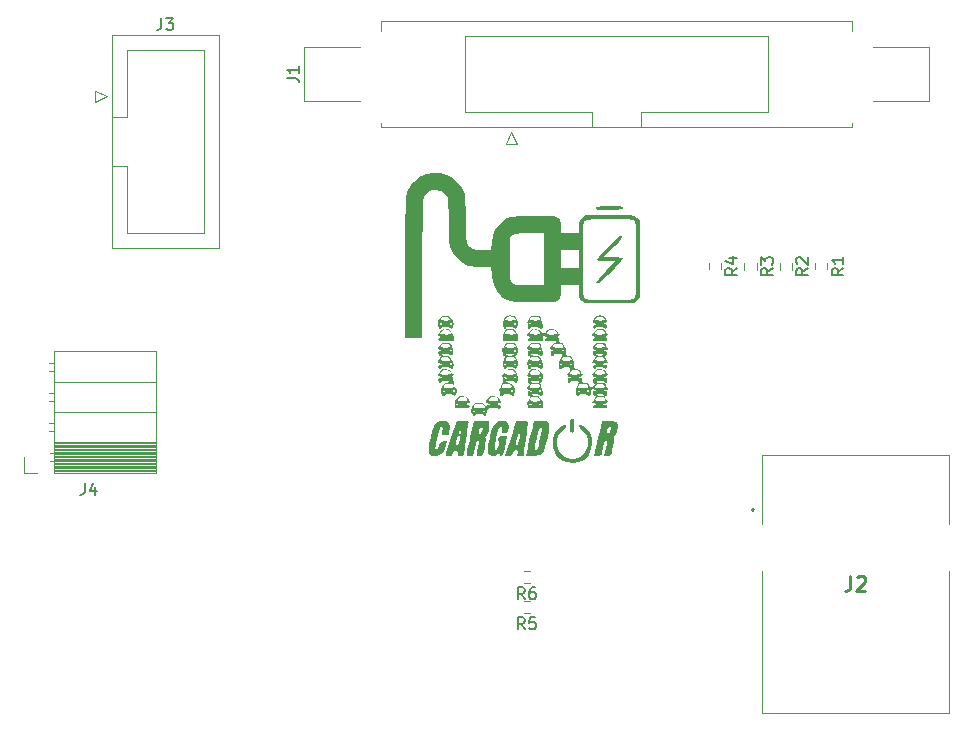
<source format=gbr>
%TF.GenerationSoftware,KiCad,Pcbnew,7.0.1*%
%TF.CreationDate,2023-05-11T10:15:00-05:00*%
%TF.ProjectId,i5ether,69356574-6865-4722-9e6b-696361645f70,rev?*%
%TF.SameCoordinates,Original*%
%TF.FileFunction,Legend,Top*%
%TF.FilePolarity,Positive*%
%FSLAX46Y46*%
G04 Gerber Fmt 4.6, Leading zero omitted, Abs format (unit mm)*
G04 Created by KiCad (PCBNEW 7.0.1) date 2023-05-11 10:15:00*
%MOMM*%
%LPD*%
G01*
G04 APERTURE LIST*
%ADD10C,0.150000*%
%ADD11C,0.254000*%
%ADD12C,0.120000*%
%ADD13C,0.100000*%
%ADD14C,0.200000*%
G04 APERTURE END LIST*
D10*
%TO.C,J1*%
X127912619Y-94213333D02*
X128626904Y-94213333D01*
X128626904Y-94213333D02*
X128769761Y-94260952D01*
X128769761Y-94260952D02*
X128865000Y-94356190D01*
X128865000Y-94356190D02*
X128912619Y-94499047D01*
X128912619Y-94499047D02*
X128912619Y-94594285D01*
X128912619Y-93213333D02*
X128912619Y-93784761D01*
X128912619Y-93499047D02*
X127912619Y-93499047D01*
X127912619Y-93499047D02*
X128055476Y-93594285D01*
X128055476Y-93594285D02*
X128150714Y-93689523D01*
X128150714Y-93689523D02*
X128198333Y-93784761D01*
%TO.C,J4*%
X110796666Y-128522619D02*
X110796666Y-129236904D01*
X110796666Y-129236904D02*
X110749047Y-129379761D01*
X110749047Y-129379761D02*
X110653809Y-129475000D01*
X110653809Y-129475000D02*
X110510952Y-129522619D01*
X110510952Y-129522619D02*
X110415714Y-129522619D01*
X111701428Y-128855952D02*
X111701428Y-129522619D01*
X111463333Y-128475000D02*
X111225238Y-129189285D01*
X111225238Y-129189285D02*
X111844285Y-129189285D01*
%TO.C,R2*%
X172032619Y-110344166D02*
X171556428Y-110677499D01*
X172032619Y-110915594D02*
X171032619Y-110915594D01*
X171032619Y-110915594D02*
X171032619Y-110534642D01*
X171032619Y-110534642D02*
X171080238Y-110439404D01*
X171080238Y-110439404D02*
X171127857Y-110391785D01*
X171127857Y-110391785D02*
X171223095Y-110344166D01*
X171223095Y-110344166D02*
X171365952Y-110344166D01*
X171365952Y-110344166D02*
X171461190Y-110391785D01*
X171461190Y-110391785D02*
X171508809Y-110439404D01*
X171508809Y-110439404D02*
X171556428Y-110534642D01*
X171556428Y-110534642D02*
X171556428Y-110915594D01*
X171127857Y-109963213D02*
X171080238Y-109915594D01*
X171080238Y-109915594D02*
X171032619Y-109820356D01*
X171032619Y-109820356D02*
X171032619Y-109582261D01*
X171032619Y-109582261D02*
X171080238Y-109487023D01*
X171080238Y-109487023D02*
X171127857Y-109439404D01*
X171127857Y-109439404D02*
X171223095Y-109391785D01*
X171223095Y-109391785D02*
X171318333Y-109391785D01*
X171318333Y-109391785D02*
X171461190Y-109439404D01*
X171461190Y-109439404D02*
X172032619Y-110010832D01*
X172032619Y-110010832D02*
X172032619Y-109391785D01*
%TO.C,R3*%
X169042619Y-110344166D02*
X168566428Y-110677499D01*
X169042619Y-110915594D02*
X168042619Y-110915594D01*
X168042619Y-110915594D02*
X168042619Y-110534642D01*
X168042619Y-110534642D02*
X168090238Y-110439404D01*
X168090238Y-110439404D02*
X168137857Y-110391785D01*
X168137857Y-110391785D02*
X168233095Y-110344166D01*
X168233095Y-110344166D02*
X168375952Y-110344166D01*
X168375952Y-110344166D02*
X168471190Y-110391785D01*
X168471190Y-110391785D02*
X168518809Y-110439404D01*
X168518809Y-110439404D02*
X168566428Y-110534642D01*
X168566428Y-110534642D02*
X168566428Y-110915594D01*
X168042619Y-110010832D02*
X168042619Y-109391785D01*
X168042619Y-109391785D02*
X168423571Y-109725118D01*
X168423571Y-109725118D02*
X168423571Y-109582261D01*
X168423571Y-109582261D02*
X168471190Y-109487023D01*
X168471190Y-109487023D02*
X168518809Y-109439404D01*
X168518809Y-109439404D02*
X168614047Y-109391785D01*
X168614047Y-109391785D02*
X168852142Y-109391785D01*
X168852142Y-109391785D02*
X168947380Y-109439404D01*
X168947380Y-109439404D02*
X168995000Y-109487023D01*
X168995000Y-109487023D02*
X169042619Y-109582261D01*
X169042619Y-109582261D02*
X169042619Y-109867975D01*
X169042619Y-109867975D02*
X168995000Y-109963213D01*
X168995000Y-109963213D02*
X168947380Y-110010832D01*
%TO.C,J3*%
X117286666Y-89142619D02*
X117286666Y-89856904D01*
X117286666Y-89856904D02*
X117239047Y-89999761D01*
X117239047Y-89999761D02*
X117143809Y-90095000D01*
X117143809Y-90095000D02*
X117000952Y-90142619D01*
X117000952Y-90142619D02*
X116905714Y-90142619D01*
X117667619Y-89142619D02*
X118286666Y-89142619D01*
X118286666Y-89142619D02*
X117953333Y-89523571D01*
X117953333Y-89523571D02*
X118096190Y-89523571D01*
X118096190Y-89523571D02*
X118191428Y-89571190D01*
X118191428Y-89571190D02*
X118239047Y-89618809D01*
X118239047Y-89618809D02*
X118286666Y-89714047D01*
X118286666Y-89714047D02*
X118286666Y-89952142D01*
X118286666Y-89952142D02*
X118239047Y-90047380D01*
X118239047Y-90047380D02*
X118191428Y-90095000D01*
X118191428Y-90095000D02*
X118096190Y-90142619D01*
X118096190Y-90142619D02*
X117810476Y-90142619D01*
X117810476Y-90142619D02*
X117715238Y-90095000D01*
X117715238Y-90095000D02*
X117667619Y-90047380D01*
%TO.C,R5*%
X148043333Y-140882619D02*
X147710000Y-140406428D01*
X147471905Y-140882619D02*
X147471905Y-139882619D01*
X147471905Y-139882619D02*
X147852857Y-139882619D01*
X147852857Y-139882619D02*
X147948095Y-139930238D01*
X147948095Y-139930238D02*
X147995714Y-139977857D01*
X147995714Y-139977857D02*
X148043333Y-140073095D01*
X148043333Y-140073095D02*
X148043333Y-140215952D01*
X148043333Y-140215952D02*
X147995714Y-140311190D01*
X147995714Y-140311190D02*
X147948095Y-140358809D01*
X147948095Y-140358809D02*
X147852857Y-140406428D01*
X147852857Y-140406428D02*
X147471905Y-140406428D01*
X148948095Y-139882619D02*
X148471905Y-139882619D01*
X148471905Y-139882619D02*
X148424286Y-140358809D01*
X148424286Y-140358809D02*
X148471905Y-140311190D01*
X148471905Y-140311190D02*
X148567143Y-140263571D01*
X148567143Y-140263571D02*
X148805238Y-140263571D01*
X148805238Y-140263571D02*
X148900476Y-140311190D01*
X148900476Y-140311190D02*
X148948095Y-140358809D01*
X148948095Y-140358809D02*
X148995714Y-140454047D01*
X148995714Y-140454047D02*
X148995714Y-140692142D01*
X148995714Y-140692142D02*
X148948095Y-140787380D01*
X148948095Y-140787380D02*
X148900476Y-140835000D01*
X148900476Y-140835000D02*
X148805238Y-140882619D01*
X148805238Y-140882619D02*
X148567143Y-140882619D01*
X148567143Y-140882619D02*
X148471905Y-140835000D01*
X148471905Y-140835000D02*
X148424286Y-140787380D01*
%TO.C,R1*%
X175022619Y-110304166D02*
X174546428Y-110637499D01*
X175022619Y-110875594D02*
X174022619Y-110875594D01*
X174022619Y-110875594D02*
X174022619Y-110494642D01*
X174022619Y-110494642D02*
X174070238Y-110399404D01*
X174070238Y-110399404D02*
X174117857Y-110351785D01*
X174117857Y-110351785D02*
X174213095Y-110304166D01*
X174213095Y-110304166D02*
X174355952Y-110304166D01*
X174355952Y-110304166D02*
X174451190Y-110351785D01*
X174451190Y-110351785D02*
X174498809Y-110399404D01*
X174498809Y-110399404D02*
X174546428Y-110494642D01*
X174546428Y-110494642D02*
X174546428Y-110875594D01*
X175022619Y-109351785D02*
X175022619Y-109923213D01*
X175022619Y-109637499D02*
X174022619Y-109637499D01*
X174022619Y-109637499D02*
X174165476Y-109732737D01*
X174165476Y-109732737D02*
X174260714Y-109827975D01*
X174260714Y-109827975D02*
X174308333Y-109923213D01*
%TO.C,R4*%
X166032619Y-110304166D02*
X165556428Y-110637499D01*
X166032619Y-110875594D02*
X165032619Y-110875594D01*
X165032619Y-110875594D02*
X165032619Y-110494642D01*
X165032619Y-110494642D02*
X165080238Y-110399404D01*
X165080238Y-110399404D02*
X165127857Y-110351785D01*
X165127857Y-110351785D02*
X165223095Y-110304166D01*
X165223095Y-110304166D02*
X165365952Y-110304166D01*
X165365952Y-110304166D02*
X165461190Y-110351785D01*
X165461190Y-110351785D02*
X165508809Y-110399404D01*
X165508809Y-110399404D02*
X165556428Y-110494642D01*
X165556428Y-110494642D02*
X165556428Y-110875594D01*
X165365952Y-109447023D02*
X166032619Y-109447023D01*
X164985000Y-109685118D02*
X165699285Y-109923213D01*
X165699285Y-109923213D02*
X165699285Y-109304166D01*
%TO.C,R6*%
X148043333Y-138342619D02*
X147710000Y-137866428D01*
X147471905Y-138342619D02*
X147471905Y-137342619D01*
X147471905Y-137342619D02*
X147852857Y-137342619D01*
X147852857Y-137342619D02*
X147948095Y-137390238D01*
X147948095Y-137390238D02*
X147995714Y-137437857D01*
X147995714Y-137437857D02*
X148043333Y-137533095D01*
X148043333Y-137533095D02*
X148043333Y-137675952D01*
X148043333Y-137675952D02*
X147995714Y-137771190D01*
X147995714Y-137771190D02*
X147948095Y-137818809D01*
X147948095Y-137818809D02*
X147852857Y-137866428D01*
X147852857Y-137866428D02*
X147471905Y-137866428D01*
X148900476Y-137342619D02*
X148710000Y-137342619D01*
X148710000Y-137342619D02*
X148614762Y-137390238D01*
X148614762Y-137390238D02*
X148567143Y-137437857D01*
X148567143Y-137437857D02*
X148471905Y-137580714D01*
X148471905Y-137580714D02*
X148424286Y-137771190D01*
X148424286Y-137771190D02*
X148424286Y-138152142D01*
X148424286Y-138152142D02*
X148471905Y-138247380D01*
X148471905Y-138247380D02*
X148519524Y-138295000D01*
X148519524Y-138295000D02*
X148614762Y-138342619D01*
X148614762Y-138342619D02*
X148805238Y-138342619D01*
X148805238Y-138342619D02*
X148900476Y-138295000D01*
X148900476Y-138295000D02*
X148948095Y-138247380D01*
X148948095Y-138247380D02*
X148995714Y-138152142D01*
X148995714Y-138152142D02*
X148995714Y-137914047D01*
X148995714Y-137914047D02*
X148948095Y-137818809D01*
X148948095Y-137818809D02*
X148900476Y-137771190D01*
X148900476Y-137771190D02*
X148805238Y-137723571D01*
X148805238Y-137723571D02*
X148614762Y-137723571D01*
X148614762Y-137723571D02*
X148519524Y-137771190D01*
X148519524Y-137771190D02*
X148471905Y-137818809D01*
X148471905Y-137818809D02*
X148424286Y-137914047D01*
D11*
%TO.C,J2*%
X175616667Y-136377526D02*
X175616667Y-137284669D01*
X175616667Y-137284669D02*
X175556190Y-137466097D01*
X175556190Y-137466097D02*
X175435238Y-137587050D01*
X175435238Y-137587050D02*
X175253809Y-137647526D01*
X175253809Y-137647526D02*
X175132857Y-137647526D01*
X176160952Y-136498478D02*
X176221428Y-136438002D01*
X176221428Y-136438002D02*
X176342381Y-136377526D01*
X176342381Y-136377526D02*
X176644762Y-136377526D01*
X176644762Y-136377526D02*
X176765714Y-136438002D01*
X176765714Y-136438002D02*
X176826190Y-136498478D01*
X176826190Y-136498478D02*
X176886667Y-136619430D01*
X176886667Y-136619430D02*
X176886667Y-136740383D01*
X176886667Y-136740383D02*
X176826190Y-136921811D01*
X176826190Y-136921811D02*
X176100476Y-137647526D01*
X176100476Y-137647526D02*
X176886667Y-137647526D01*
D12*
%TO.C,J1*%
X146420000Y-99780000D02*
X147420000Y-99780000D01*
X147420000Y-99780000D02*
X146920000Y-98780000D01*
X146920000Y-98780000D02*
X146420000Y-99780000D01*
X135840000Y-98390000D02*
X175780000Y-98390000D01*
X153760000Y-98390000D02*
X153760000Y-97080000D01*
X175780000Y-98390000D02*
X175780000Y-98020000D01*
X135840000Y-98020000D02*
X135840000Y-98390000D01*
X143000000Y-97080000D02*
X143000000Y-90680000D01*
X153760000Y-97080000D02*
X143000000Y-97080000D01*
X157860000Y-97080000D02*
X157860000Y-98390000D01*
X157860000Y-97080000D02*
X157860000Y-97080000D01*
X168620000Y-97080000D02*
X157860000Y-97080000D01*
X129340000Y-96190000D02*
X129340000Y-91570000D01*
X134090000Y-96190000D02*
X129340000Y-96190000D01*
X177530000Y-96190000D02*
X182280000Y-96190000D01*
X182280000Y-96190000D02*
X182280000Y-91570000D01*
X129340000Y-91570000D02*
X134090000Y-91570000D01*
X182280000Y-91570000D02*
X177530000Y-91570000D01*
X143000000Y-90680000D02*
X168620000Y-90680000D01*
X168620000Y-90680000D02*
X168620000Y-97080000D01*
X135840000Y-90240000D02*
X135840000Y-89370000D01*
X135840000Y-89370000D02*
X175780000Y-89370000D01*
X175780000Y-89370000D02*
X175780000Y-90240000D01*
%TO.C,J4*%
X116840000Y-127620000D02*
X116840000Y-117340000D01*
X116840000Y-127620000D02*
X108210000Y-127620000D01*
X116840000Y-127500000D02*
X108210000Y-127500000D01*
X116840000Y-127381905D02*
X108210000Y-127381905D01*
X116840000Y-127263810D02*
X108210000Y-127263810D01*
X116840000Y-127145715D02*
X108210000Y-127145715D01*
X116840000Y-127027620D02*
X108210000Y-127027620D01*
X116840000Y-126909525D02*
X108210000Y-126909525D01*
X116840000Y-126791430D02*
X108210000Y-126791430D01*
X116840000Y-126673335D02*
X108210000Y-126673335D01*
X116840000Y-126555240D02*
X108210000Y-126555240D01*
X116840000Y-126437145D02*
X108210000Y-126437145D01*
X116840000Y-126319050D02*
X108210000Y-126319050D01*
X116840000Y-126200955D02*
X108210000Y-126200955D01*
X116840000Y-126082860D02*
X108210000Y-126082860D01*
X116840000Y-125964765D02*
X108210000Y-125964765D01*
X116840000Y-125846670D02*
X108210000Y-125846670D01*
X116840000Y-125728575D02*
X108210000Y-125728575D01*
X116840000Y-125610480D02*
X108210000Y-125610480D01*
X116840000Y-125492385D02*
X108210000Y-125492385D01*
X116840000Y-125374290D02*
X108210000Y-125374290D01*
X116840000Y-125256195D02*
X108210000Y-125256195D01*
X116840000Y-125138100D02*
X108210000Y-125138100D01*
X116840000Y-125020000D02*
X108210000Y-125020000D01*
X116840000Y-122480000D02*
X108210000Y-122480000D01*
X116840000Y-119940000D02*
X108210000Y-119940000D01*
X116840000Y-117340000D02*
X108210000Y-117340000D01*
X108210000Y-127620000D02*
X108210000Y-117340000D01*
X108210000Y-126650000D02*
X107860000Y-126650000D01*
X108210000Y-125930000D02*
X107860000Y-125930000D01*
X108210000Y-124110000D02*
X107800000Y-124110000D01*
X108210000Y-123390000D02*
X107800000Y-123390000D01*
X108210000Y-121570000D02*
X107800000Y-121570000D01*
X108210000Y-120850000D02*
X107800000Y-120850000D01*
X108210000Y-119030000D02*
X107800000Y-119030000D01*
X108210000Y-118310000D02*
X107800000Y-118310000D01*
X106750000Y-127620000D02*
X105640000Y-127620000D01*
X105640000Y-127620000D02*
X105640000Y-126290000D01*
%TO.C,R2*%
X170662500Y-109922776D02*
X170662500Y-110432224D01*
X169617500Y-109922776D02*
X169617500Y-110432224D01*
%TO.C,R3*%
X167672500Y-109922776D02*
X167672500Y-110432224D01*
X166627500Y-109922776D02*
X166627500Y-110432224D01*
%TO.C,J3*%
X111670000Y-95280000D02*
X111670000Y-96280000D01*
X111670000Y-96280000D02*
X112670000Y-95780000D01*
X112670000Y-95780000D02*
X111670000Y-95280000D01*
X113060000Y-90570000D02*
X122180000Y-90570000D01*
X113060000Y-97540000D02*
X114370000Y-97540000D01*
X113060000Y-108610000D02*
X113060000Y-90570000D01*
X114370000Y-91870000D02*
X120870000Y-91870000D01*
X114370000Y-97540000D02*
X114370000Y-91870000D01*
X114370000Y-101640000D02*
X113060000Y-101640000D01*
X114370000Y-101640000D02*
X114370000Y-101640000D01*
X114370000Y-107310000D02*
X114370000Y-101640000D01*
X120870000Y-91870000D02*
X120870000Y-107310000D01*
X120870000Y-107310000D02*
X114370000Y-107310000D01*
X122180000Y-90570000D02*
X122180000Y-108610000D01*
X122180000Y-108610000D02*
X113060000Y-108610000D01*
%TO.C,R5*%
X148464724Y-139512500D02*
X147955276Y-139512500D01*
X148464724Y-138467500D02*
X147955276Y-138467500D01*
%TO.C,R1*%
X173652500Y-109882776D02*
X173652500Y-110392224D01*
X172607500Y-109882776D02*
X172607500Y-110392224D01*
%TO.C,G\u002A\u002A\u002A*%
G36*
X152173173Y-123047981D02*
G01*
X152224329Y-123120439D01*
X152247692Y-123285642D01*
X152253672Y-123579950D01*
X152253716Y-123625393D01*
X152247157Y-123944867D01*
X152221645Y-124131316D01*
X152168427Y-124221310D01*
X152104797Y-124247558D01*
X151956228Y-124214193D01*
X151909071Y-124154260D01*
X151887786Y-124006780D01*
X151881602Y-123753001D01*
X151888090Y-123532095D01*
X151909967Y-123249476D01*
X151948407Y-123098031D01*
X152018562Y-123039037D01*
X152083816Y-123031908D01*
X152173173Y-123047981D01*
G37*
G36*
X155696335Y-105066735D02*
G01*
X156015052Y-105074127D01*
X156214795Y-105090561D01*
X156321018Y-105119401D01*
X156359176Y-105164013D01*
X156357733Y-105213681D01*
X156327633Y-105276372D01*
X156247134Y-105320214D01*
X156088618Y-105349557D01*
X155824463Y-105368750D01*
X155427051Y-105382145D01*
X155263728Y-105385995D01*
X154854049Y-105390528D01*
X154507544Y-105385772D01*
X154258709Y-105372813D01*
X154142041Y-105352736D01*
X154139185Y-105350599D01*
X154083482Y-105219125D01*
X154080137Y-105178285D01*
X154116010Y-105130897D01*
X154238220Y-105098037D01*
X154468651Y-105077555D01*
X154829190Y-105067302D01*
X155233189Y-105065018D01*
X155696335Y-105066735D01*
G37*
G36*
X156293992Y-107558321D02*
G01*
X156306280Y-107654454D01*
X156209533Y-107827252D01*
X155997514Y-108087005D01*
X155663986Y-108444003D01*
X155558450Y-108552134D01*
X154727934Y-109397460D01*
X155503370Y-109397460D01*
X155902159Y-109407761D01*
X156185225Y-109436811D01*
X156327978Y-109481833D01*
X156337007Y-109491631D01*
X156298660Y-109577502D01*
X156160202Y-109755721D01*
X155945175Y-110002118D01*
X155677117Y-110292524D01*
X155379568Y-110602768D01*
X155076069Y-110908680D01*
X154790159Y-111186090D01*
X154545378Y-111410828D01*
X154365266Y-111558724D01*
X154277616Y-111606156D01*
X154140702Y-111543160D01*
X154120034Y-111517034D01*
X154156387Y-111427656D01*
X154294051Y-111243562D01*
X154512966Y-110988928D01*
X154793071Y-110687926D01*
X154895470Y-110582585D01*
X155725987Y-109737259D01*
X154954626Y-109737259D01*
X154554724Y-109729599D01*
X154300542Y-109704400D01*
X154168497Y-109658340D01*
X154139155Y-109622310D01*
X154182364Y-109529855D01*
X154325505Y-109345811D01*
X154544577Y-109094812D01*
X154815583Y-108801492D01*
X155114524Y-108490485D01*
X155417401Y-108186425D01*
X155700217Y-107913944D01*
X155938972Y-107697676D01*
X156109669Y-107562256D01*
X156178908Y-107528564D01*
X156293992Y-107558321D01*
G37*
G36*
X146280696Y-115790397D02*
G01*
X146373824Y-115790397D01*
X146409325Y-115884953D01*
X146514175Y-115915763D01*
X146713702Y-115933329D01*
X146947276Y-115937264D01*
X147154269Y-115927181D01*
X147274050Y-115902694D01*
X147284151Y-115890537D01*
X147208515Y-115683375D01*
X147011669Y-115547345D01*
X146816927Y-115513848D01*
X146606203Y-115557060D01*
X146444790Y-115661728D01*
X146373824Y-115790397D01*
X146280696Y-115790397D01*
X146357596Y-115624460D01*
X146477127Y-115493911D01*
X146617916Y-115448763D01*
X146816927Y-115431500D01*
X147028513Y-115450962D01*
X147158688Y-115493911D01*
X147332051Y-115699750D01*
X147447702Y-115985670D01*
X147471784Y-116235921D01*
X147446454Y-116490771D01*
X146179803Y-116490771D01*
X146179803Y-116213531D01*
X146186230Y-116173137D01*
X146301597Y-116173137D01*
X146385098Y-116186740D01*
X146481058Y-116173137D01*
X147151096Y-116173137D01*
X147234597Y-116186740D01*
X147344778Y-116171121D01*
X147346093Y-116142123D01*
X147232397Y-116121844D01*
X147183273Y-116135416D01*
X147151096Y-116173137D01*
X146481058Y-116173137D01*
X146495280Y-116171121D01*
X146496595Y-116142123D01*
X146382899Y-116121844D01*
X146333775Y-116135416D01*
X146301597Y-116173137D01*
X146186230Y-116173137D01*
X146229575Y-115900707D01*
X146280696Y-115790397D01*
G37*
G36*
X146700421Y-125205356D02*
G01*
X147296823Y-125205356D01*
X147332659Y-125269654D01*
X147401249Y-125283079D01*
X147479396Y-125211658D01*
X147550672Y-124990440D01*
X147613624Y-124642485D01*
X147670320Y-124239996D01*
X147694721Y-124001437D01*
X147684936Y-123923583D01*
X147639076Y-124003208D01*
X147555250Y-124237084D01*
X147491228Y-124433580D01*
X147373222Y-124814557D01*
X147309382Y-125062736D01*
X147296823Y-125205356D01*
X146700421Y-125205356D01*
X146851660Y-124752142D01*
X147340662Y-123286758D01*
X147822106Y-123261281D01*
X148010485Y-123249755D01*
X148147474Y-123252630D01*
X148237486Y-123291862D01*
X148284932Y-123389409D01*
X148294226Y-123567229D01*
X148269778Y-123847278D01*
X148216002Y-124251516D01*
X148137309Y-124801898D01*
X148134978Y-124818303D01*
X148073969Y-125254424D01*
X148022603Y-125634133D01*
X147985299Y-125923794D01*
X147966477Y-126089768D01*
X147965078Y-126111339D01*
X147887513Y-126187674D01*
X147685960Y-126217515D01*
X147681138Y-126217527D01*
X147490861Y-126204473D01*
X147424565Y-126133710D01*
X147435930Y-125962677D01*
X147443663Y-125782316D01*
X147373443Y-125714833D01*
X147289374Y-125707828D01*
X147121098Y-125775585D01*
X147016572Y-125962677D01*
X146923837Y-126143017D01*
X146774700Y-126210701D01*
X146645194Y-126217527D01*
X146362657Y-126217527D01*
X146700421Y-125205356D01*
G37*
G36*
X154406372Y-124185679D02*
G01*
X155014586Y-124185679D01*
X155055128Y-124325914D01*
X155151964Y-124324480D01*
X155266446Y-124184316D01*
X155345730Y-123962727D01*
X155328905Y-123805572D01*
X155236049Y-123753982D01*
X155103668Y-123830698D01*
X155026463Y-124035483D01*
X155014586Y-124185679D01*
X154406372Y-124185679D01*
X154622994Y-123244283D01*
X155190662Y-123244283D01*
X155554965Y-123260193D01*
X155777624Y-123311163D01*
X155864759Y-123372520D01*
X155929674Y-123561620D01*
X155923560Y-123838910D01*
X155854612Y-124142282D01*
X155731024Y-124409628D01*
X155727130Y-124415579D01*
X155624490Y-124650796D01*
X155597581Y-124871207D01*
X155591652Y-125105802D01*
X155547353Y-125385408D01*
X155538329Y-125423381D01*
X155469279Y-125705058D01*
X155409136Y-125960213D01*
X155403760Y-125983915D01*
X155338983Y-126147291D01*
X155206176Y-126210190D01*
X155067455Y-126217527D01*
X154783761Y-126217527D01*
X154916275Y-125583346D01*
X154980910Y-125209582D01*
X154994928Y-124960030D01*
X154958977Y-124847861D01*
X154881563Y-124878086D01*
X154840481Y-124978724D01*
X154775998Y-125200582D01*
X154700944Y-125498887D01*
X154688838Y-125550606D01*
X154612581Y-125867653D01*
X154549591Y-126055386D01*
X154474884Y-126150027D01*
X154363476Y-126187800D01*
X154240510Y-126200625D01*
X153936833Y-126226197D01*
X154279914Y-124735240D01*
X154406372Y-124185679D01*
G37*
G36*
X153839174Y-115828162D02*
G01*
X153995188Y-115828162D01*
X154066452Y-115902045D01*
X154287837Y-115935721D01*
X154419937Y-115938597D01*
X154704102Y-115920068D01*
X154833625Y-115862508D01*
X154844686Y-115828162D01*
X154769210Y-115646707D01*
X154573449Y-115534153D01*
X154419937Y-115513848D01*
X154174727Y-115569700D01*
X154022627Y-115714563D01*
X153995188Y-115828162D01*
X153839174Y-115828162D01*
X153893900Y-115782986D01*
X153933840Y-115687616D01*
X154050193Y-115535959D01*
X154262303Y-115455343D01*
X154511596Y-115445769D01*
X154739495Y-115507236D01*
X154887425Y-115639745D01*
X154906033Y-115687616D01*
X154973399Y-115823254D01*
X155024493Y-115853647D01*
X155101886Y-115896711D01*
X155067440Y-115992179D01*
X154944441Y-116089463D01*
X154908398Y-116105849D01*
X154792768Y-116163158D01*
X154833535Y-116186181D01*
X154865923Y-116188062D01*
X154992283Y-116262286D01*
X155014586Y-116342109D01*
X154991779Y-116420998D01*
X154900006Y-116466223D01*
X154704238Y-116486541D01*
X154419937Y-116490771D01*
X154104378Y-116485069D01*
X153923478Y-116462126D01*
X153842208Y-116413184D01*
X153825288Y-116342109D01*
X153896152Y-116215382D01*
X154016425Y-116184979D01*
X154145624Y-116175437D01*
X154117954Y-116152819D01*
X154001486Y-116118923D01*
X153851777Y-116045493D01*
X153757329Y-115948048D01*
X153750689Y-115871284D01*
X153808301Y-115853647D01*
X153839174Y-115828162D01*
G37*
G36*
X141463589Y-123286113D02*
G01*
X141665297Y-123453615D01*
X141733047Y-123716356D01*
X141721378Y-123836263D01*
X141660348Y-124147149D01*
X141597530Y-124326037D01*
X141507275Y-124409149D01*
X141363937Y-124432703D01*
X141298409Y-124433580D01*
X141113082Y-124424183D01*
X141048748Y-124362475D01*
X141069026Y-124198184D01*
X141082915Y-124135803D01*
X141103179Y-123911343D01*
X141057940Y-123777936D01*
X140963684Y-123767259D01*
X140912365Y-123808106D01*
X140862106Y-123920909D01*
X140790048Y-124155124D01*
X140707209Y-124465463D01*
X140624606Y-124806637D01*
X140553258Y-125133359D01*
X140504183Y-125400340D01*
X140488164Y-125551715D01*
X140519599Y-125682831D01*
X140596480Y-125679911D01*
X140692674Y-125563002D01*
X140782049Y-125352153D01*
X140791844Y-125318745D01*
X140869024Y-125101389D01*
X140975708Y-124999645D01*
X141169480Y-124961562D01*
X141189729Y-124959773D01*
X141494687Y-124933791D01*
X141376728Y-125384522D01*
X141210168Y-125806508D01*
X140967958Y-126078748D01*
X140644945Y-126206081D01*
X140489495Y-126217527D01*
X140230864Y-126182976D01*
X140040787Y-126096492D01*
X140027008Y-126084034D01*
X139942053Y-125957785D01*
X139904251Y-125777220D01*
X139914520Y-125514934D01*
X139973777Y-125143522D01*
X140074237Y-124673609D01*
X140208484Y-124137728D01*
X140340599Y-123748919D01*
X140486691Y-123485333D01*
X140662868Y-123325126D01*
X140885241Y-123246450D01*
X141140738Y-123227293D01*
X141463589Y-123286113D01*
G37*
G36*
X143526858Y-124314442D02*
G01*
X144167601Y-124314442D01*
X144254694Y-124337262D01*
X144378867Y-124246691D01*
X144463210Y-124091265D01*
X144475995Y-123913451D01*
X144420779Y-123782018D01*
X144353382Y-123753982D01*
X144239838Y-123811114D01*
X144224797Y-123860169D01*
X144202876Y-124024054D01*
X144172414Y-124157493D01*
X144167601Y-124314442D01*
X143526858Y-124314442D01*
X143768001Y-123286758D01*
X145032980Y-123286758D01*
X145031066Y-123770412D01*
X145012236Y-124093118D01*
X144948076Y-124307824D01*
X144845563Y-124450011D01*
X144719693Y-124646199D01*
X144733860Y-124773799D01*
X144752633Y-124926792D01*
X144723338Y-125203867D01*
X144656647Y-125538347D01*
X144577713Y-125860033D01*
X144512503Y-126051813D01*
X144438336Y-126149736D01*
X144332535Y-126189847D01*
X144239327Y-126201672D01*
X144081139Y-126202995D01*
X143995116Y-126149507D01*
X143976025Y-126013380D01*
X144018634Y-125766788D01*
X144098532Y-125452978D01*
X144178620Y-125146657D01*
X144213899Y-124969065D01*
X144204790Y-124885164D01*
X144151712Y-124859913D01*
X144105655Y-124858329D01*
X144019974Y-124936255D01*
X143928938Y-125173583D01*
X143838517Y-125537928D01*
X143691681Y-126217527D01*
X143406645Y-126217527D01*
X143201061Y-126189035D01*
X143125839Y-126112530D01*
X143125874Y-126111339D01*
X143145946Y-125996222D01*
X143198708Y-125746020D01*
X143277501Y-125390929D01*
X143375666Y-124961145D01*
X143449070Y-124645955D01*
X143526858Y-124314442D01*
G37*
G36*
X140814941Y-115775071D02*
G01*
X140907897Y-115775071D01*
X140960692Y-115880315D01*
X141174030Y-115932314D01*
X141337663Y-115938597D01*
X141593685Y-115929006D01*
X141721269Y-115889915D01*
X141761292Y-115805846D01*
X141762412Y-115777786D01*
X141690156Y-115627727D01*
X141513203Y-115533422D01*
X141291271Y-115507811D01*
X141084080Y-115563837D01*
X141014853Y-115615788D01*
X140907897Y-115775071D01*
X140814941Y-115775071D01*
X140851566Y-115687616D01*
X140967919Y-115535959D01*
X141180029Y-115455343D01*
X141429322Y-115445769D01*
X141657221Y-115507236D01*
X141805151Y-115639745D01*
X141823759Y-115687616D01*
X141891124Y-115823254D01*
X141942219Y-115853647D01*
X141990258Y-115928768D01*
X142015927Y-116115266D01*
X142017261Y-116175697D01*
X142017261Y-116497748D01*
X141380175Y-116494259D01*
X141051283Y-116487337D01*
X140858145Y-116465622D01*
X140766746Y-116420993D01*
X140743071Y-116345327D01*
X140743051Y-116342109D01*
X140813870Y-116215383D01*
X140934151Y-116184979D01*
X141063350Y-116175437D01*
X141060536Y-116173137D01*
X141714306Y-116173137D01*
X141797807Y-116186740D01*
X141907989Y-116171121D01*
X141909304Y-116142123D01*
X141795608Y-116121844D01*
X141746484Y-116135416D01*
X141714306Y-116173137D01*
X141060536Y-116173137D01*
X141035680Y-116152819D01*
X140919211Y-116118923D01*
X140769503Y-116045493D01*
X140675054Y-115948048D01*
X140668415Y-115871284D01*
X140726027Y-115853647D01*
X140811626Y-115782986D01*
X140814941Y-115775071D01*
G37*
G36*
X141659685Y-125185507D02*
G01*
X142205216Y-125185507D01*
X142224408Y-125269864D01*
X142321992Y-125269570D01*
X142406059Y-125224998D01*
X142470114Y-125107613D01*
X142525327Y-124885406D01*
X142582873Y-124526371D01*
X142583871Y-124519358D01*
X142627441Y-124191569D01*
X142655732Y-123935851D01*
X142664534Y-123792382D01*
X142661803Y-123775558D01*
X142628546Y-123839051D01*
X142561407Y-124029330D01*
X142473010Y-124309770D01*
X142442769Y-124410968D01*
X142346121Y-124734852D01*
X142264244Y-125002751D01*
X142211801Y-125166858D01*
X142205216Y-125185507D01*
X141659685Y-125185507D01*
X141726127Y-124977838D01*
X141838608Y-124624717D01*
X142277513Y-123244283D01*
X142784511Y-123244283D01*
X143051743Y-123253963D01*
X143233937Y-123279118D01*
X143287572Y-123307995D01*
X143275374Y-123409567D01*
X143244121Y-123650169D01*
X143197689Y-124000490D01*
X143139956Y-124431214D01*
X143093742Y-124773380D01*
X142903850Y-126175052D01*
X142630455Y-126201672D01*
X142442583Y-126205055D01*
X142369119Y-126133884D01*
X142357061Y-125968060D01*
X142331846Y-125779473D01*
X142236618Y-125711413D01*
X142185037Y-125707828D01*
X142041070Y-125766781D01*
X141962079Y-125962501D01*
X141962044Y-125962677D01*
X141905122Y-126136528D01*
X141789902Y-126206349D01*
X141615280Y-126217527D01*
X141407695Y-126193912D01*
X141356510Y-126121107D01*
X141359595Y-126111339D01*
X141397615Y-125998356D01*
X141477611Y-125752431D01*
X141590232Y-125402585D01*
X141659685Y-125185507D01*
G37*
G36*
X148282973Y-125602512D02*
G01*
X148898198Y-125602512D01*
X148940290Y-125701487D01*
X149035447Y-125678689D01*
X149136989Y-125549880D01*
X149152326Y-125516691D01*
X149213508Y-125334831D01*
X149288580Y-125059889D01*
X149368092Y-124734316D01*
X149442596Y-124400566D01*
X149502641Y-124101090D01*
X149538777Y-123878341D01*
X149541555Y-123774771D01*
X149540415Y-123773234D01*
X149433166Y-123750249D01*
X149321563Y-123892860D01*
X149204882Y-124202480D01*
X149087460Y-124657967D01*
X149007491Y-125022491D01*
X148944239Y-125329695D01*
X148905892Y-125538725D01*
X148898198Y-125602512D01*
X148282973Y-125602512D01*
X148342761Y-125350475D01*
X148435730Y-124953570D01*
X148532982Y-124534438D01*
X148626670Y-124126977D01*
X148708947Y-123765084D01*
X148771967Y-123482656D01*
X148807884Y-123313589D01*
X148813248Y-123281480D01*
X148890713Y-123262442D01*
X149093210Y-123249030D01*
X149359354Y-123244283D01*
X149672601Y-123250667D01*
X149899926Y-123283807D01*
X150048119Y-123364685D01*
X150123972Y-123514281D01*
X150134273Y-123753578D01*
X150085814Y-124103557D01*
X149985384Y-124585199D01*
X149905966Y-124933287D01*
X149775866Y-125431782D01*
X149637881Y-125784748D01*
X149469471Y-126015925D01*
X149248097Y-126149050D01*
X148951221Y-126207863D01*
X148686633Y-126217527D01*
X148385840Y-126212567D01*
X148221624Y-126191345D01*
X148160796Y-126144348D01*
X148168016Y-126068865D01*
X148201057Y-125942020D01*
X148261921Y-125691257D01*
X148282973Y-125602512D01*
G37*
G36*
X142267067Y-121389461D02*
G01*
X142374181Y-121389461D01*
X142420376Y-121527424D01*
X142500873Y-121573728D01*
X142671060Y-121590398D01*
X142894996Y-121579926D01*
X143093350Y-121549269D01*
X143181127Y-121514085D01*
X143180115Y-121421602D01*
X143155322Y-121340711D01*
X143041190Y-121246540D01*
X142839221Y-121211409D01*
X142616071Y-121231157D01*
X142438392Y-121301625D01*
X142374181Y-121389461D01*
X142267067Y-121389461D01*
X142276924Y-121368704D01*
X142281062Y-121362816D01*
X142424913Y-121198079D01*
X142585779Y-121135356D01*
X142803347Y-121137327D01*
X143087939Y-121198164D01*
X143240382Y-121332911D01*
X143346218Y-121491846D01*
X143408579Y-121557026D01*
X143440407Y-121651195D01*
X143390872Y-121749421D01*
X143303965Y-121765345D01*
X143302820Y-121764652D01*
X143187203Y-121770712D01*
X143117553Y-121804440D01*
X143057381Y-121863322D01*
X143150062Y-121883151D01*
X143185321Y-121883784D01*
X143344243Y-121938201D01*
X143376421Y-122033748D01*
X143354452Y-122110613D01*
X143265917Y-122156165D01*
X143076801Y-122178526D01*
X142753088Y-122185818D01*
X142739297Y-122185898D01*
X142102211Y-122189387D01*
X142102211Y-121901687D01*
X142121259Y-121800135D01*
X142187161Y-121800135D01*
X142256307Y-121874689D01*
X142319599Y-121885085D01*
X142407527Y-121843902D01*
X142399535Y-121800135D01*
X142290931Y-121718426D01*
X142267097Y-121715186D01*
X142189449Y-121779980D01*
X142187161Y-121800135D01*
X142121259Y-121800135D01*
X142153389Y-121628839D01*
X142267067Y-121389461D01*
G37*
G36*
X151533779Y-123585402D02*
G01*
X151576262Y-123651440D01*
X151523529Y-123761772D01*
X151360037Y-123942154D01*
X151258870Y-124040914D01*
X150956183Y-124394400D01*
X150799812Y-124757392D01*
X150771491Y-125181559D01*
X150790131Y-125366770D01*
X150919805Y-125779802D01*
X151192810Y-126112840D01*
X151458259Y-126296727D01*
X151869910Y-126443533D01*
X152290323Y-126444518D01*
X152685671Y-126316071D01*
X153022127Y-126074583D01*
X153265865Y-125736445D01*
X153377502Y-125366770D01*
X153391138Y-124898616D01*
X153279765Y-124512389D01*
X153026419Y-124158900D01*
X152925968Y-124057400D01*
X152717982Y-123844584D01*
X152627145Y-123708853D01*
X152637024Y-123622301D01*
X152657490Y-123601490D01*
X152810982Y-123574631D01*
X153019649Y-123667773D01*
X153249198Y-123856485D01*
X153465334Y-124116334D01*
X153536111Y-124227445D01*
X153714282Y-124684271D01*
X153755690Y-125176485D01*
X153669010Y-125663626D01*
X153462919Y-126105234D01*
X153146094Y-126460851D01*
X153040545Y-126538298D01*
X152614175Y-126729310D01*
X152125903Y-126804431D01*
X151639125Y-126759864D01*
X151306250Y-126642127D01*
X151035470Y-126455589D01*
X150780618Y-126203562D01*
X150711601Y-126113792D01*
X150584550Y-125910473D01*
X150511511Y-125719260D01*
X150478062Y-125480544D01*
X150469782Y-125134719D01*
X150469770Y-125114238D01*
X150478144Y-124755357D01*
X150512219Y-124506648D01*
X150585420Y-124308829D01*
X150692675Y-124130052D01*
X150917023Y-123856175D01*
X151158394Y-123660119D01*
X151380648Y-123565287D01*
X151533779Y-123585402D01*
G37*
G36*
X153898103Y-114600637D02*
G01*
X154011360Y-114600637D01*
X154019224Y-114688878D01*
X154111480Y-114733743D01*
X154325027Y-114748658D01*
X154419937Y-114749299D01*
X154677820Y-114740847D01*
X154803158Y-114706540D01*
X154832850Y-114632951D01*
X154828514Y-114600637D01*
X154768022Y-114503602D01*
X154608825Y-114459410D01*
X154419937Y-114451975D01*
X154168786Y-114468332D01*
X154044488Y-114527291D01*
X154011360Y-114600637D01*
X153898103Y-114600637D01*
X153910651Y-114578820D01*
X154075329Y-114400665D01*
X154274610Y-114331530D01*
X154419937Y-114324550D01*
X154669977Y-114353574D01*
X154842087Y-114469768D01*
X154933119Y-114584291D01*
X155044837Y-114756197D01*
X155090032Y-114856891D01*
X155087565Y-114864922D01*
X154995876Y-114911567D01*
X154844686Y-114981706D01*
X154701286Y-115051034D01*
X154708058Y-115076894D01*
X154823449Y-115083349D01*
X154979800Y-115140057D01*
X155014586Y-115258998D01*
X154961469Y-115397364D01*
X154887161Y-115428898D01*
X154774112Y-115383028D01*
X154759736Y-115343948D01*
X154684373Y-115290752D01*
X154496106Y-115261165D01*
X154419937Y-115258998D01*
X154207154Y-115277839D01*
X154088802Y-115324906D01*
X154080137Y-115343948D01*
X154011332Y-115419314D01*
X153952713Y-115428898D01*
X153848939Y-115358076D01*
X153825288Y-115258998D01*
X153881435Y-115120410D01*
X154016425Y-115087798D01*
X154139078Y-115073527D01*
X154106395Y-115023108D01*
X154084193Y-115008453D01*
X153946193Y-114960046D01*
X153898926Y-114968665D01*
X153807251Y-114977743D01*
X153785769Y-114877722D01*
X153833126Y-114713608D01*
X153898103Y-114600637D01*
G37*
G36*
X146444202Y-123266109D02*
G01*
X146612446Y-123398216D01*
X146674958Y-123647103D01*
X146672356Y-123831491D01*
X146648561Y-124070592D01*
X146593960Y-124188929D01*
X146472148Y-124235546D01*
X146362876Y-124248427D01*
X146172733Y-124256696D01*
X146109307Y-124201445D01*
X146130635Y-124039461D01*
X146136014Y-124014815D01*
X146158439Y-123829300D01*
X146104236Y-123759157D01*
X146057025Y-123753982D01*
X145968018Y-123779437D01*
X145890988Y-123871926D01*
X145816542Y-124055632D01*
X145735289Y-124354741D01*
X145637836Y-124793435D01*
X145619736Y-124880012D01*
X145543062Y-125292467D01*
X145518246Y-125555255D01*
X145546650Y-125680929D01*
X145629634Y-125682044D01*
X145701285Y-125632251D01*
X145790303Y-125495701D01*
X145853219Y-125294859D01*
X145875031Y-125101265D01*
X145840734Y-124986458D01*
X145837233Y-124984042D01*
X145806615Y-124883067D01*
X145818825Y-124732932D01*
X145865996Y-124596430D01*
X145972422Y-124534290D01*
X146190407Y-124518616D01*
X146220809Y-124518530D01*
X146581807Y-124518530D01*
X146461211Y-125049467D01*
X146352103Y-125518257D01*
X146268021Y-125844770D01*
X146200404Y-126053275D01*
X146140690Y-126168040D01*
X146080315Y-126213334D01*
X146049104Y-126217527D01*
X145942352Y-126148490D01*
X145924954Y-126076936D01*
X145912812Y-125983653D01*
X145847428Y-126009165D01*
X145769602Y-126076936D01*
X145560024Y-126183444D01*
X145301736Y-126213455D01*
X145075044Y-126162897D01*
X145007495Y-126115587D01*
X144929515Y-125953795D01*
X144913555Y-125676869D01*
X144960346Y-125271245D01*
X145070617Y-124723355D01*
X145086037Y-124656470D01*
X145222325Y-124123888D01*
X145356398Y-123738291D01*
X145504560Y-123477777D01*
X145683114Y-123320444D01*
X145908364Y-123244391D01*
X146149914Y-123227293D01*
X146444202Y-123266109D01*
G37*
G36*
X140816245Y-114641580D02*
G01*
X140925217Y-114641580D01*
X140968429Y-114714539D01*
X141140298Y-114744832D01*
X141343891Y-114749299D01*
X141599510Y-114740603D01*
X141722773Y-114705397D01*
X141750741Y-114630002D01*
X141746697Y-114600637D01*
X141651380Y-114495134D01*
X141457726Y-114430579D01*
X141234104Y-114415142D01*
X141048884Y-114456991D01*
X140986573Y-114509809D01*
X140925217Y-114641580D01*
X140816245Y-114641580D01*
X140879090Y-114536925D01*
X141033848Y-114401142D01*
X141316126Y-114341341D01*
X141557077Y-114342737D01*
X141711578Y-114416168D01*
X141838410Y-114566829D01*
X141963883Y-114811378D01*
X142019481Y-115064137D01*
X142004727Y-115278924D01*
X141919139Y-115409556D01*
X141847362Y-115428898D01*
X141709321Y-115393323D01*
X141677462Y-115343948D01*
X141602099Y-115290752D01*
X141413832Y-115261165D01*
X141337663Y-115258998D01*
X141124879Y-115277839D01*
X141006528Y-115324906D01*
X140997863Y-115343948D01*
X140929751Y-115420858D01*
X140879733Y-115428898D01*
X140786044Y-115349611D01*
X140725869Y-115132436D01*
X140722996Y-115110336D01*
X140716834Y-115006815D01*
X140827964Y-115006815D01*
X140896810Y-115079829D01*
X140955388Y-115089099D01*
X141068729Y-115070924D01*
X141082813Y-115055712D01*
X141020282Y-115004149D01*
X141719937Y-115004149D01*
X141739195Y-115076874D01*
X141799873Y-115089099D01*
X141916103Y-115044746D01*
X141932311Y-115004149D01*
X141871341Y-114921631D01*
X141852375Y-114919199D01*
X141737324Y-114980949D01*
X141719937Y-115004149D01*
X141020282Y-115004149D01*
X141016386Y-115000936D01*
X140955388Y-114973429D01*
X140846002Y-114971663D01*
X140827964Y-115006815D01*
X140716834Y-115006815D01*
X140710106Y-114893768D01*
X140727039Y-114760870D01*
X140734940Y-114749299D01*
X140812602Y-114647647D01*
X140816245Y-114641580D01*
G37*
G36*
X146274536Y-114676061D02*
G01*
X146394993Y-114676061D01*
X146431186Y-114726791D01*
X146576056Y-114746293D01*
X146813938Y-114749299D01*
X147070809Y-114743490D01*
X147241600Y-114728498D01*
X147284151Y-114713772D01*
X147213031Y-114540744D01*
X147036990Y-114431139D01*
X146812003Y-114393812D01*
X146594045Y-114437616D01*
X146439094Y-114571407D01*
X146434653Y-114579400D01*
X146394993Y-114676061D01*
X146274536Y-114676061D01*
X146309409Y-114575181D01*
X146413025Y-114416815D01*
X146547989Y-114343853D01*
X146778731Y-114324729D01*
X146820930Y-114324550D01*
X147070918Y-114339413D01*
X147210859Y-114401318D01*
X147299294Y-114536237D01*
X147299608Y-114536925D01*
X147387254Y-114692450D01*
X147448694Y-114749299D01*
X147474225Y-114824185D01*
X147474631Y-115011401D01*
X147468610Y-115089099D01*
X147412813Y-115321389D01*
X147316158Y-115432385D01*
X147202828Y-115402329D01*
X147156726Y-115343948D01*
X147043559Y-115286090D01*
X146838456Y-115259233D01*
X146816927Y-115258998D01*
X146607108Y-115281887D01*
X146481829Y-115337625D01*
X146477127Y-115343948D01*
X146360579Y-115442126D01*
X146253098Y-115395743D01*
X146187230Y-115228507D01*
X146179803Y-115127355D01*
X146196281Y-115004149D01*
X146264753Y-115004149D01*
X146333899Y-115078702D01*
X146397191Y-115089099D01*
X146485119Y-115047916D01*
X146477127Y-115004149D01*
X147156726Y-115004149D01*
X147175984Y-115076874D01*
X147236662Y-115089099D01*
X147352892Y-115044746D01*
X147369101Y-115004149D01*
X147308130Y-114921631D01*
X147289164Y-114919199D01*
X147174114Y-114980949D01*
X147156726Y-115004149D01*
X146477127Y-115004149D01*
X146368523Y-114922439D01*
X146344689Y-114919199D01*
X146267041Y-114983994D01*
X146264753Y-115004149D01*
X146196281Y-115004149D01*
X146218469Y-114838247D01*
X146274536Y-114676061D01*
G37*
G36*
X148357083Y-114691950D02*
G01*
X148503016Y-114691950D01*
X148588983Y-114732917D01*
X148797497Y-114748120D01*
X148934573Y-114749299D01*
X149203111Y-114745080D01*
X149334479Y-114722887D01*
X149361369Y-114668421D01*
X149322947Y-114579400D01*
X149200693Y-114457471D01*
X148979155Y-114411453D01*
X148895209Y-114409500D01*
X148683420Y-114417454D01*
X148566470Y-114437303D01*
X148558398Y-114445027D01*
X148531972Y-114544884D01*
X148506835Y-114614927D01*
X148503016Y-114691950D01*
X148357083Y-114691950D01*
X148367120Y-114681424D01*
X148432067Y-114558162D01*
X148524838Y-114431857D01*
X148693696Y-114366010D01*
X148911062Y-114341475D01*
X149158078Y-114335461D01*
X149298703Y-114378240D01*
X149395282Y-114498778D01*
X149441998Y-114588139D01*
X149536131Y-114846513D01*
X149575662Y-115103715D01*
X149559825Y-115311592D01*
X149487851Y-115421987D01*
X149455385Y-115428898D01*
X149310754Y-115377125D01*
X149280472Y-115343948D01*
X149169090Y-115289648D01*
X148957815Y-115260550D01*
X148893184Y-115258998D01*
X148682261Y-115278103D01*
X148566186Y-115325747D01*
X148558398Y-115343948D01*
X148490257Y-115420796D01*
X148439896Y-115428898D01*
X148346901Y-115347993D01*
X148291756Y-115115820D01*
X148288989Y-115089099D01*
X148285059Y-115006815D01*
X148388499Y-115006815D01*
X148457345Y-115079829D01*
X148515923Y-115089099D01*
X148629264Y-115070924D01*
X148643348Y-115055712D01*
X148580817Y-115004149D01*
X149280472Y-115004149D01*
X149299730Y-115076874D01*
X149360408Y-115089099D01*
X149476638Y-115044746D01*
X149492847Y-115004149D01*
X149431876Y-114921631D01*
X149412910Y-114919199D01*
X149297860Y-114980949D01*
X149280472Y-115004149D01*
X148580817Y-115004149D01*
X148576921Y-115000936D01*
X148515923Y-114973429D01*
X148406537Y-114971663D01*
X148388499Y-115006815D01*
X148285059Y-115006815D01*
X148278851Y-114876862D01*
X148292796Y-114758293D01*
X148302397Y-114749299D01*
X148357083Y-114691950D01*
G37*
G36*
X144895759Y-121389461D02*
G01*
X145007626Y-121389461D01*
X145053821Y-121527424D01*
X145134318Y-121573728D01*
X145304505Y-121590398D01*
X145528441Y-121579926D01*
X145726795Y-121549269D01*
X145814572Y-121514085D01*
X145813560Y-121421602D01*
X145788767Y-121340711D01*
X145674635Y-121246540D01*
X145472666Y-121211409D01*
X145249516Y-121231157D01*
X145071836Y-121301625D01*
X145007626Y-121389461D01*
X144895759Y-121389461D01*
X144905239Y-121375830D01*
X145053171Y-121202944D01*
X145211851Y-121136188D01*
X145436791Y-121137327D01*
X145721384Y-121198164D01*
X145873827Y-121332911D01*
X145979663Y-121491846D01*
X146042024Y-121557026D01*
X146073851Y-121651195D01*
X146024317Y-121749421D01*
X145937410Y-121765345D01*
X145936265Y-121764652D01*
X145820647Y-121770712D01*
X145750998Y-121804440D01*
X145690825Y-121863322D01*
X145783507Y-121883151D01*
X145818766Y-121883784D01*
X145973593Y-121934064D01*
X146009903Y-122058834D01*
X145988757Y-122171097D01*
X145893483Y-122201799D01*
X145712579Y-122176805D01*
X145408216Y-122153807D01*
X145117930Y-122176805D01*
X144918006Y-122231476D01*
X144836022Y-122332145D01*
X144820606Y-122526058D01*
X144792219Y-122744436D01*
X144702017Y-122819226D01*
X144693181Y-122819533D01*
X144580132Y-122773663D01*
X144565756Y-122734584D01*
X144490467Y-122681063D01*
X144302701Y-122651610D01*
X144230970Y-122649634D01*
X144004772Y-122669381D01*
X143859784Y-122718427D01*
X143843683Y-122734584D01*
X143730527Y-122828817D01*
X143624036Y-122773817D01*
X143548391Y-122589344D01*
X143531799Y-122479734D01*
X143528314Y-122394784D01*
X143631308Y-122394784D01*
X143700454Y-122469337D01*
X143763746Y-122479734D01*
X143851674Y-122438551D01*
X143843683Y-122394784D01*
X144523281Y-122394784D01*
X144542539Y-122467510D01*
X144603218Y-122479734D01*
X144719447Y-122435382D01*
X144735656Y-122394784D01*
X144674685Y-122312266D01*
X144655720Y-122309834D01*
X144540669Y-122371584D01*
X144523281Y-122394784D01*
X143843683Y-122394784D01*
X143735078Y-122313075D01*
X143711244Y-122309834D01*
X143633596Y-122374629D01*
X143631308Y-122394784D01*
X143528314Y-122394784D01*
X143523094Y-122267544D01*
X143540612Y-122148957D01*
X143551715Y-122139935D01*
X143609912Y-122082768D01*
X143745844Y-122082768D01*
X143832131Y-122123726D01*
X144041307Y-122138815D01*
X144174393Y-122139935D01*
X144433152Y-122134196D01*
X144606140Y-122119369D01*
X144650706Y-122104408D01*
X144592847Y-121918554D01*
X144408593Y-121821213D01*
X144174393Y-121800135D01*
X143949487Y-121807360D01*
X143816572Y-121825592D01*
X143801208Y-121835663D01*
X143774781Y-121935519D01*
X143749644Y-122005562D01*
X143745844Y-122082768D01*
X143609912Y-122082768D01*
X143621073Y-122071805D01*
X143700801Y-121927560D01*
X143789307Y-121792182D01*
X143929242Y-121730075D01*
X144178672Y-121715186D01*
X144437140Y-121733169D01*
X144585604Y-121802261D01*
X144661951Y-121906097D01*
X144749694Y-122019225D01*
X144799444Y-121991046D01*
X144902440Y-121903649D01*
X145018822Y-121879336D01*
X145137382Y-121869309D01*
X145111435Y-121834995D01*
X144990505Y-121777692D01*
X144824046Y-121700211D01*
X144747626Y-121660908D01*
X144771765Y-121586319D01*
X144869669Y-121426973D01*
X144895759Y-121389461D01*
G37*
G36*
X140756899Y-119226156D02*
G01*
X140912913Y-119226156D01*
X140984178Y-119300038D01*
X141205562Y-119333715D01*
X141337663Y-119336590D01*
X141621827Y-119318061D01*
X141751351Y-119260502D01*
X141762412Y-119226156D01*
X141686936Y-119044700D01*
X141491175Y-118932146D01*
X141337663Y-118911841D01*
X141092453Y-118967693D01*
X140940353Y-119112557D01*
X140912913Y-119226156D01*
X140756899Y-119226156D01*
X140811626Y-119180980D01*
X140851566Y-119085609D01*
X140960240Y-118941575D01*
X141116323Y-118864025D01*
X141403912Y-118840687D01*
X141651596Y-118904711D01*
X141805311Y-119039164D01*
X141823759Y-119085609D01*
X141891124Y-119221247D01*
X141942219Y-119251640D01*
X142019172Y-119295363D01*
X141984159Y-119393226D01*
X141859489Y-119495271D01*
X141826124Y-119511624D01*
X141634987Y-119596232D01*
X141831849Y-119557817D01*
X141973022Y-119553875D01*
X142013756Y-119650900D01*
X142009554Y-119746558D01*
X142026350Y-119944025D01*
X142088968Y-120167052D01*
X142174288Y-120353220D01*
X142259191Y-120440112D01*
X142266754Y-120440938D01*
X142292285Y-120515824D01*
X142292691Y-120703040D01*
X142286670Y-120780737D01*
X142230873Y-121013027D01*
X142134218Y-121124024D01*
X142020888Y-121093967D01*
X141974786Y-121035587D01*
X141863404Y-120981287D01*
X141652130Y-120952189D01*
X141587499Y-120950637D01*
X141376575Y-120969741D01*
X141260501Y-121017386D01*
X141252713Y-121035587D01*
X141184571Y-121112435D01*
X141134211Y-121120537D01*
X141041215Y-121039632D01*
X140986070Y-120807459D01*
X140983304Y-120780737D01*
X140978481Y-120663178D01*
X141111679Y-120663178D01*
X141125288Y-120695788D01*
X141237822Y-120777566D01*
X141262740Y-120780737D01*
X141308797Y-120728397D01*
X141295188Y-120695788D01*
X141974786Y-120695788D01*
X141994044Y-120768513D01*
X142054723Y-120780737D01*
X142170952Y-120736385D01*
X142187161Y-120695788D01*
X142126190Y-120613269D01*
X142107225Y-120610838D01*
X141992174Y-120672588D01*
X141974786Y-120695788D01*
X141295188Y-120695788D01*
X141182653Y-120614009D01*
X141157736Y-120610838D01*
X141111679Y-120663178D01*
X140978481Y-120663178D01*
X140974599Y-120568548D01*
X140992117Y-120449960D01*
X141003220Y-120440938D01*
X141061418Y-120383771D01*
X141197349Y-120383771D01*
X141283636Y-120424730D01*
X141492812Y-120439819D01*
X141625898Y-120440938D01*
X141884657Y-120435200D01*
X142057645Y-120420372D01*
X142102211Y-120405411D01*
X142044352Y-120219557D01*
X141860098Y-120122216D01*
X141625898Y-120101139D01*
X141400992Y-120108364D01*
X141268077Y-120126595D01*
X141252713Y-120136666D01*
X141226286Y-120236523D01*
X141201149Y-120306566D01*
X141197349Y-120383771D01*
X141061418Y-120383771D01*
X141072578Y-120372809D01*
X141152306Y-120228564D01*
X141303370Y-120052538D01*
X141463266Y-120016189D01*
X141623782Y-119987335D01*
X141677462Y-119931239D01*
X141602172Y-119877719D01*
X141414407Y-119848266D01*
X141342676Y-119846289D01*
X141116477Y-119866036D01*
X140971490Y-119915083D01*
X140955388Y-119931239D01*
X140851682Y-120016083D01*
X140769436Y-119953015D01*
X140743014Y-119803814D01*
X140782706Y-119637165D01*
X140926800Y-119583343D01*
X140934151Y-119582972D01*
X141063350Y-119573430D01*
X141035680Y-119550812D01*
X140919211Y-119516916D01*
X140769503Y-119443486D01*
X140675054Y-119346041D01*
X140668415Y-119269277D01*
X140726027Y-119251640D01*
X140756899Y-119226156D01*
G37*
G36*
X140798919Y-116894283D02*
G01*
X140929085Y-116894283D01*
X140936949Y-116982523D01*
X141029206Y-117027388D01*
X141242753Y-117042303D01*
X141337663Y-117042945D01*
X141595546Y-117034493D01*
X141720884Y-117000185D01*
X141750576Y-116926596D01*
X141746240Y-116894283D01*
X141685747Y-116797247D01*
X141526551Y-116753056D01*
X141337663Y-116745620D01*
X141086512Y-116761978D01*
X140962214Y-116820937D01*
X140929085Y-116894283D01*
X140798919Y-116894283D01*
X140808979Y-116876541D01*
X140920815Y-116716306D01*
X141057343Y-116640827D01*
X141283541Y-116619292D01*
X141352678Y-116618733D01*
X141603925Y-116630294D01*
X141748586Y-116686934D01*
X141849440Y-116820267D01*
X141883615Y-116886097D01*
X141976840Y-117143544D01*
X142008917Y-117387870D01*
X141986417Y-117584718D01*
X141915913Y-117699730D01*
X141803978Y-117698550D01*
X141738020Y-117647182D01*
X141606588Y-117587497D01*
X141403725Y-117557935D01*
X141193167Y-117559322D01*
X141038651Y-117592482D01*
X140997863Y-117637594D01*
X141073141Y-117691165D01*
X141260829Y-117720596D01*
X141331878Y-117722544D01*
X141584430Y-117750593D01*
X141754863Y-117861300D01*
X141841577Y-117969269D01*
X141971061Y-118247053D01*
X142017261Y-118521443D01*
X141999340Y-118729759D01*
X141928855Y-118815506D01*
X141847362Y-118826891D01*
X141709321Y-118791317D01*
X141677462Y-118741942D01*
X141602099Y-118688746D01*
X141413832Y-118659158D01*
X141337663Y-118656992D01*
X141124879Y-118675832D01*
X141006528Y-118722899D01*
X140997863Y-118741942D01*
X140929058Y-118817307D01*
X140870438Y-118826891D01*
X140766664Y-118756069D01*
X140743014Y-118656992D01*
X140799160Y-118518404D01*
X140934151Y-118485791D01*
X141056804Y-118471520D01*
X141024120Y-118421102D01*
X141001919Y-118406447D01*
X140989646Y-118402142D01*
X141719937Y-118402142D01*
X141739195Y-118474868D01*
X141799873Y-118487092D01*
X141916103Y-118442740D01*
X141932311Y-118402142D01*
X141871341Y-118319624D01*
X141852375Y-118317192D01*
X141737324Y-118378942D01*
X141719937Y-118402142D01*
X140989646Y-118402142D01*
X140863919Y-118358040D01*
X140816652Y-118366658D01*
X140729555Y-118352321D01*
X140679276Y-118254595D01*
X140709804Y-118159838D01*
X140710893Y-118159032D01*
X140806927Y-118048170D01*
X140812390Y-118039573D01*
X140925217Y-118039573D01*
X140968429Y-118112532D01*
X141140298Y-118142825D01*
X141343891Y-118147293D01*
X141599510Y-118138597D01*
X141722773Y-118103390D01*
X141750741Y-118027995D01*
X141746697Y-117998630D01*
X141651380Y-117893127D01*
X141457726Y-117828572D01*
X141234104Y-117813135D01*
X141048884Y-117854984D01*
X140986573Y-117907802D01*
X140925217Y-118039573D01*
X140812390Y-118039573D01*
X140892396Y-117913681D01*
X140955591Y-117772677D01*
X140915117Y-117725294D01*
X140871158Y-117722544D01*
X140768113Y-117648466D01*
X140743014Y-117504444D01*
X140766013Y-117350297D01*
X140860265Y-117326132D01*
X140912913Y-117340269D01*
X141056856Y-117365562D01*
X141068939Y-117325892D01*
X141023742Y-117295128D01*
X141677462Y-117295128D01*
X141739731Y-117341869D01*
X141804887Y-117328514D01*
X141916661Y-117268218D01*
X141932311Y-117246231D01*
X141862943Y-117216535D01*
X141804887Y-117212845D01*
X141691817Y-117257302D01*
X141677462Y-117295128D01*
X141023742Y-117295128D01*
X140958531Y-117250741D01*
X140872691Y-117213701D01*
X140736699Y-117151665D01*
X140710875Y-117073904D01*
X140783934Y-116920712D01*
X140798919Y-116894283D01*
G37*
G36*
X153881193Y-116894283D02*
G01*
X154011360Y-116894283D01*
X154019224Y-116982523D01*
X154111480Y-117027388D01*
X154325027Y-117042303D01*
X154419937Y-117042945D01*
X154677820Y-117034493D01*
X154803158Y-117000185D01*
X154832850Y-116926596D01*
X154828514Y-116894283D01*
X154768022Y-116797247D01*
X154608825Y-116753056D01*
X154419937Y-116745620D01*
X154168786Y-116761978D01*
X154044488Y-116820937D01*
X154011360Y-116894283D01*
X153881193Y-116894283D01*
X153891253Y-116876541D01*
X154003089Y-116716306D01*
X154139617Y-116640827D01*
X154365815Y-116619292D01*
X154434952Y-116618733D01*
X154686200Y-116630294D01*
X154830860Y-116686934D01*
X154931714Y-116820267D01*
X154965889Y-116886097D01*
X155064613Y-117090525D01*
X155084967Y-117184785D01*
X155022876Y-117211505D01*
X154934649Y-117212845D01*
X154769009Y-117256280D01*
X154711636Y-117306895D01*
X154718364Y-117364765D01*
X154834048Y-117343646D01*
X154967200Y-117328019D01*
X155011975Y-117427659D01*
X155014586Y-117504444D01*
X154969844Y-117681523D01*
X154881376Y-117722544D01*
X154810359Y-117745798D01*
X154837499Y-117838014D01*
X154933119Y-117982284D01*
X155044837Y-118154190D01*
X155090032Y-118254885D01*
X155087565Y-118262915D01*
X154995876Y-118309560D01*
X154844686Y-118379699D01*
X154701286Y-118449027D01*
X154708058Y-118474888D01*
X154823449Y-118481343D01*
X154979800Y-118538050D01*
X155014586Y-118656992D01*
X154961469Y-118795357D01*
X154887161Y-118826891D01*
X154774112Y-118781021D01*
X154759736Y-118741942D01*
X154684373Y-118688746D01*
X154496106Y-118659158D01*
X154419937Y-118656992D01*
X154207154Y-118675832D01*
X154088802Y-118722899D01*
X154080137Y-118741942D01*
X154011332Y-118817307D01*
X153952713Y-118826891D01*
X153848939Y-118756069D01*
X153825288Y-118656992D01*
X153881435Y-118518404D01*
X154016425Y-118485791D01*
X154139078Y-118471520D01*
X154106395Y-118421102D01*
X154084193Y-118406447D01*
X153946193Y-118358040D01*
X153898926Y-118366658D01*
X153811829Y-118352321D01*
X153761550Y-118254595D01*
X153792079Y-118159838D01*
X153793167Y-118159032D01*
X153889201Y-118048170D01*
X153920684Y-117998630D01*
X154011360Y-117998630D01*
X154019224Y-118086871D01*
X154111480Y-118131736D01*
X154325027Y-118146651D01*
X154419937Y-118147293D01*
X154677820Y-118138840D01*
X154803158Y-118104533D01*
X154832850Y-118030944D01*
X154828514Y-117998630D01*
X154768022Y-117901595D01*
X154608825Y-117857404D01*
X154419937Y-117849968D01*
X154168786Y-117866325D01*
X154044488Y-117925284D01*
X154011360Y-117998630D01*
X153920684Y-117998630D01*
X153974670Y-117913681D01*
X154037865Y-117772677D01*
X153997391Y-117725294D01*
X153953433Y-117722544D01*
X153850388Y-117648466D01*
X153848493Y-117637594D01*
X154080137Y-117637594D01*
X154155501Y-117690789D01*
X154343768Y-117720377D01*
X154419937Y-117722544D01*
X154632720Y-117703703D01*
X154751071Y-117656636D01*
X154759736Y-117637594D01*
X154684373Y-117584398D01*
X154496106Y-117554810D01*
X154419937Y-117552644D01*
X154207154Y-117571485D01*
X154088802Y-117618551D01*
X154080137Y-117637594D01*
X153848493Y-117637594D01*
X153825288Y-117504444D01*
X153848287Y-117350297D01*
X153942540Y-117326132D01*
X153995188Y-117340269D01*
X154139130Y-117365562D01*
X154151213Y-117325892D01*
X154040805Y-117250741D01*
X153954966Y-117213701D01*
X153818974Y-117151665D01*
X153793149Y-117073904D01*
X153866208Y-116920712D01*
X153881193Y-116894283D01*
G37*
G36*
X146273105Y-119192479D02*
G01*
X146385661Y-119192479D01*
X146396410Y-119258489D01*
X146499325Y-119304673D01*
X146698042Y-119329817D01*
X146932686Y-119333973D01*
X147143384Y-119317193D01*
X147270260Y-119279531D01*
X147284151Y-119257708D01*
X147211841Y-119106832D01*
X147039851Y-118975093D01*
X146835594Y-118912394D01*
X146816927Y-118911841D01*
X146627391Y-118957330D01*
X146466280Y-119065182D01*
X146385661Y-119192479D01*
X146273105Y-119192479D01*
X146357302Y-119087109D01*
X146607909Y-118897545D01*
X146882060Y-118821051D01*
X147125515Y-118870840D01*
X147158688Y-118891905D01*
X147301845Y-119057045D01*
X147406502Y-119291935D01*
X147466044Y-119550900D01*
X147473859Y-119788268D01*
X147423332Y-119958365D01*
X147321498Y-120016189D01*
X147211780Y-119968653D01*
X147199201Y-119931239D01*
X147123274Y-119880577D01*
X146931170Y-119850187D01*
X146816927Y-119846289D01*
X146588947Y-119863162D01*
X146452193Y-119905852D01*
X146434653Y-119931239D01*
X146508421Y-119991082D01*
X146685946Y-120016188D01*
X146687321Y-120016189D01*
X146922328Y-120093597D01*
X147094761Y-120308176D01*
X147187744Y-120633459D01*
X147199201Y-120818994D01*
X147160675Y-121030139D01*
X147066795Y-121130442D01*
X146950105Y-121096195D01*
X146901877Y-121035587D01*
X146790495Y-120981287D01*
X146579220Y-120952189D01*
X146514589Y-120950637D01*
X146303665Y-120969741D01*
X146187591Y-121017386D01*
X146179803Y-121035587D01*
X146111661Y-121112435D01*
X146061301Y-121120537D01*
X145968306Y-121039632D01*
X145913160Y-120807459D01*
X145910394Y-120780737D01*
X145907231Y-120663178D01*
X146038769Y-120663178D01*
X146052378Y-120695788D01*
X146164912Y-120777566D01*
X146189830Y-120780737D01*
X146235887Y-120728397D01*
X146222278Y-120695788D01*
X146901877Y-120695788D01*
X146921135Y-120768513D01*
X146981813Y-120780737D01*
X147098043Y-120736385D01*
X147114251Y-120695788D01*
X147053280Y-120613269D01*
X147034315Y-120610838D01*
X146919264Y-120672588D01*
X146901877Y-120695788D01*
X146222278Y-120695788D01*
X146109744Y-120614009D01*
X146084826Y-120610838D01*
X146038769Y-120663178D01*
X145907231Y-120663178D01*
X145904688Y-120568650D01*
X145929680Y-120450022D01*
X145943946Y-120440938D01*
X145994255Y-120383589D01*
X146124421Y-120383589D01*
X146210387Y-120424556D01*
X146418901Y-120439759D01*
X146555977Y-120440938D01*
X146824515Y-120436719D01*
X146955884Y-120414526D01*
X146982774Y-120360060D01*
X146944352Y-120271038D01*
X146822097Y-120149110D01*
X146600560Y-120103092D01*
X146516614Y-120101139D01*
X146304825Y-120109093D01*
X146187875Y-120128942D01*
X146179803Y-120136666D01*
X146153376Y-120236523D01*
X146128239Y-120306566D01*
X146124421Y-120383589D01*
X145994255Y-120383589D01*
X146003886Y-120372610D01*
X146009903Y-120323915D01*
X146069730Y-120171936D01*
X146125773Y-120110729D01*
X146198600Y-119974269D01*
X146189177Y-119730925D01*
X146180636Y-119680946D01*
X146164734Y-119521821D01*
X146272569Y-119521821D01*
X146333430Y-119580798D01*
X146349703Y-119591440D01*
X146477531Y-119665616D01*
X146516932Y-119643556D01*
X146519602Y-119591440D01*
X146516987Y-119588774D01*
X147114251Y-119588774D01*
X147176520Y-119635514D01*
X147241676Y-119622160D01*
X147353450Y-119561864D01*
X147369101Y-119539876D01*
X147299732Y-119510180D01*
X147241676Y-119506490D01*
X147128606Y-119550947D01*
X147114251Y-119588774D01*
X146516987Y-119588774D01*
X146449558Y-119520041D01*
X146370940Y-119507791D01*
X146272569Y-119521821D01*
X146164734Y-119521821D01*
X146156809Y-119442513D01*
X146212901Y-119267823D01*
X146273105Y-119192479D01*
G37*
G36*
X148359454Y-116894283D02*
G01*
X148489190Y-116894283D01*
X148496320Y-116979672D01*
X148583326Y-117024745D01*
X148786294Y-117041471D01*
X148937433Y-117042945D01*
X149205045Y-117038887D01*
X149335458Y-117016791D01*
X149361345Y-116961770D01*
X149320476Y-116868428D01*
X149222656Y-116754867D01*
X149058260Y-116714594D01*
X148872233Y-116719765D01*
X148620570Y-116762035D01*
X148503900Y-116850483D01*
X148489190Y-116894283D01*
X148359454Y-116894283D01*
X148369514Y-116876541D01*
X148481350Y-116716306D01*
X148617878Y-116640827D01*
X148844076Y-116619292D01*
X148913213Y-116618733D01*
X149164460Y-116630294D01*
X149309121Y-116686934D01*
X149409975Y-116820267D01*
X149444150Y-116886097D01*
X149537222Y-117142739D01*
X149575851Y-117398926D01*
X149559385Y-117606144D01*
X149487172Y-117715880D01*
X149455385Y-117722544D01*
X149310754Y-117670771D01*
X149280472Y-117637594D01*
X149169090Y-117583294D01*
X148957815Y-117554196D01*
X148893184Y-117552644D01*
X148682261Y-117571748D01*
X148566186Y-117619393D01*
X148558398Y-117637594D01*
X148633453Y-117692519D01*
X148819552Y-117722218D01*
X148876960Y-117723844D01*
X149108151Y-117740279D01*
X149265938Y-117779045D01*
X149280472Y-117787557D01*
X149415222Y-117947096D01*
X149515429Y-118174693D01*
X149573131Y-118423033D01*
X149580365Y-118644798D01*
X149529167Y-118792675D01*
X149455385Y-118826891D01*
X149310754Y-118775119D01*
X149280472Y-118741942D01*
X149169090Y-118687642D01*
X148957815Y-118658544D01*
X148893184Y-118656992D01*
X148682261Y-118676096D01*
X148566186Y-118723740D01*
X148558398Y-118741942D01*
X148490286Y-118818852D01*
X148440268Y-118826891D01*
X148346579Y-118747604D01*
X148286404Y-118530429D01*
X148283531Y-118508329D01*
X148277369Y-118404808D01*
X148388499Y-118404808D01*
X148457345Y-118477822D01*
X148515923Y-118487092D01*
X148629264Y-118468917D01*
X148643348Y-118453706D01*
X148580816Y-118402142D01*
X149280472Y-118402142D01*
X149299730Y-118474868D01*
X149360408Y-118487092D01*
X149476638Y-118442740D01*
X149492847Y-118402142D01*
X149431876Y-118319624D01*
X149412910Y-118317192D01*
X149297860Y-118378942D01*
X149280472Y-118402142D01*
X148580816Y-118402142D01*
X148576921Y-118398930D01*
X148515923Y-118371422D01*
X148406537Y-118369656D01*
X148388499Y-118404808D01*
X148277369Y-118404808D01*
X148270641Y-118291761D01*
X148287574Y-118158863D01*
X148295475Y-118147293D01*
X148339249Y-118089944D01*
X148503016Y-118089944D01*
X148588983Y-118130911D01*
X148797497Y-118146114D01*
X148934573Y-118147293D01*
X149203111Y-118143073D01*
X149334479Y-118120881D01*
X149361369Y-118066414D01*
X149322947Y-117977393D01*
X149200693Y-117855464D01*
X148979155Y-117809447D01*
X148895209Y-117807493D01*
X148683420Y-117815448D01*
X148566470Y-117835296D01*
X148558398Y-117843020D01*
X148531972Y-117942877D01*
X148506835Y-118012920D01*
X148503016Y-118089944D01*
X148339249Y-118089944D01*
X148371876Y-118047200D01*
X148452931Y-117913681D01*
X148516126Y-117772677D01*
X148475652Y-117725294D01*
X148431693Y-117722544D01*
X148328649Y-117648466D01*
X148303549Y-117504444D01*
X148326548Y-117350297D01*
X148420801Y-117326132D01*
X148473449Y-117340269D01*
X148617391Y-117365562D01*
X148629474Y-117325892D01*
X148584277Y-117295128D01*
X149237997Y-117295128D01*
X149300266Y-117341869D01*
X149365422Y-117328514D01*
X149477196Y-117268218D01*
X149492847Y-117246231D01*
X149423478Y-117216535D01*
X149365422Y-117212845D01*
X149252352Y-117257302D01*
X149237997Y-117295128D01*
X148584277Y-117295128D01*
X148519066Y-117250741D01*
X148433226Y-117213701D01*
X148297234Y-117151665D01*
X148271410Y-117073904D01*
X148344469Y-116920712D01*
X148359454Y-116894283D01*
G37*
G36*
X146256648Y-116970961D02*
G01*
X146400573Y-116970961D01*
X146462857Y-117021819D01*
X146633691Y-117040691D01*
X146824880Y-117042945D01*
X147078334Y-117037005D01*
X147245135Y-117021707D01*
X147284151Y-117007418D01*
X147224369Y-116819668D01*
X147035780Y-116722331D01*
X146817746Y-116703146D01*
X146575358Y-116719739D01*
X146452607Y-116782904D01*
X146410038Y-116873045D01*
X146400573Y-116970961D01*
X146256648Y-116970961D01*
X146334246Y-116830570D01*
X146421843Y-116695963D01*
X146560004Y-116633704D01*
X146806881Y-116618206D01*
X146816927Y-116618196D01*
X147068114Y-116632650D01*
X147208779Y-116693071D01*
X147297072Y-116825044D01*
X147299608Y-116830570D01*
X147387254Y-116986095D01*
X147448694Y-117042945D01*
X147474225Y-117117830D01*
X147474631Y-117305047D01*
X147468610Y-117382744D01*
X147417921Y-117624612D01*
X147330548Y-117721607D01*
X147319524Y-117722544D01*
X147247777Y-117752907D01*
X147272263Y-117871773D01*
X147299608Y-117934918D01*
X147387254Y-118090443D01*
X147448694Y-118147293D01*
X147474225Y-118222178D01*
X147474631Y-118409395D01*
X147468610Y-118487092D01*
X147412813Y-118719382D01*
X147316158Y-118830379D01*
X147202828Y-118800322D01*
X147156726Y-118741942D01*
X147043559Y-118684084D01*
X146838456Y-118657226D01*
X146816927Y-118656992D01*
X146607108Y-118679880D01*
X146481829Y-118735618D01*
X146477127Y-118741942D01*
X146360133Y-118838835D01*
X146251214Y-118792235D01*
X146185847Y-118626323D01*
X146179803Y-118539277D01*
X146198936Y-118402142D01*
X146264753Y-118402142D01*
X146333899Y-118476695D01*
X146397191Y-118487092D01*
X146468472Y-118453706D01*
X147114251Y-118453706D01*
X147183620Y-118483402D01*
X147241676Y-118487092D01*
X147354746Y-118442635D01*
X147369101Y-118404808D01*
X147306832Y-118358068D01*
X147241676Y-118371422D01*
X147129902Y-118431718D01*
X147114251Y-118453706D01*
X146468472Y-118453706D01*
X146485119Y-118445909D01*
X146477127Y-118402142D01*
X146368523Y-118320433D01*
X146344689Y-118317192D01*
X146267041Y-118381987D01*
X146264753Y-118402142D01*
X146198936Y-118402142D01*
X146219500Y-118254754D01*
X146283484Y-118074054D01*
X146394993Y-118074054D01*
X146431186Y-118124784D01*
X146576056Y-118144286D01*
X146813938Y-118147293D01*
X147070768Y-118136185D01*
X147241558Y-118107515D01*
X147284151Y-118079333D01*
X147212355Y-117930628D01*
X147035097Y-117837862D01*
X146809575Y-117807899D01*
X146592985Y-117847601D01*
X146442523Y-117963833D01*
X146434653Y-117977393D01*
X146394993Y-118074054D01*
X146283484Y-118074054D01*
X146306752Y-118008341D01*
X146383397Y-117836691D01*
X146369127Y-117759975D01*
X146315236Y-117739186D01*
X146247214Y-117657497D01*
X146240456Y-117637594D01*
X146434653Y-117637594D01*
X146510580Y-117688256D01*
X146702684Y-117718646D01*
X146816927Y-117722544D01*
X147044906Y-117705671D01*
X147181660Y-117662981D01*
X147199201Y-117637594D01*
X147123274Y-117586932D01*
X146931170Y-117556542D01*
X146816927Y-117552644D01*
X146588947Y-117569517D01*
X146452193Y-117612206D01*
X146434653Y-117637594D01*
X146240456Y-117637594D01*
X146188388Y-117484250D01*
X146150485Y-117282224D01*
X146148797Y-117228175D01*
X146272569Y-117228175D01*
X146333430Y-117287152D01*
X146349703Y-117297794D01*
X146477531Y-117371971D01*
X146516932Y-117349911D01*
X146519602Y-117297794D01*
X147156726Y-117297794D01*
X147160609Y-117376199D01*
X147189174Y-117382744D01*
X147309266Y-117320752D01*
X147326626Y-117297794D01*
X147322743Y-117219389D01*
X147294178Y-117212845D01*
X147174086Y-117274837D01*
X147156726Y-117297794D01*
X146519602Y-117297794D01*
X146449558Y-117226396D01*
X146370940Y-117214145D01*
X146272569Y-117228175D01*
X146148797Y-117228175D01*
X146145237Y-117114200D01*
X146184370Y-117042956D01*
X146185160Y-117042945D01*
X146254517Y-116974816D01*
X146256648Y-116970961D01*
G37*
G36*
X148374272Y-119173064D02*
G01*
X148468432Y-119173064D01*
X148521227Y-119278308D01*
X148734565Y-119330307D01*
X148898198Y-119336590D01*
X149154220Y-119326999D01*
X149281804Y-119287908D01*
X149321828Y-119203839D01*
X149322947Y-119175779D01*
X149250691Y-119025720D01*
X149073738Y-118931415D01*
X148851806Y-118905804D01*
X148644615Y-118961830D01*
X148575388Y-119013781D01*
X148468432Y-119173064D01*
X148374272Y-119173064D01*
X148524208Y-118967097D01*
X148677528Y-118860048D01*
X148883691Y-118828790D01*
X148923491Y-118828192D01*
X149196239Y-118904295D01*
X149417684Y-119108191D01*
X149552773Y-119398550D01*
X149577796Y-119599623D01*
X149544221Y-119852351D01*
X149454356Y-119991856D01*
X149452650Y-119992832D01*
X149375589Y-120061281D01*
X149388944Y-120170205D01*
X149452650Y-120304088D01*
X149541076Y-120546187D01*
X149576545Y-120795739D01*
X149558885Y-121001736D01*
X149487927Y-121113168D01*
X149455385Y-121120537D01*
X149310754Y-121068764D01*
X149280472Y-121035587D01*
X149169090Y-120981287D01*
X148957815Y-120952189D01*
X148893184Y-120950637D01*
X148682261Y-120969741D01*
X148566186Y-121017386D01*
X148558398Y-121035587D01*
X148633453Y-121090512D01*
X148819552Y-121120212D01*
X148876960Y-121121838D01*
X149108151Y-121138272D01*
X149265938Y-121177038D01*
X149280472Y-121185550D01*
X149444361Y-121389856D01*
X149552447Y-121685060D01*
X149577796Y-121905170D01*
X149577796Y-122182410D01*
X148317178Y-122182410D01*
X148281052Y-121885085D01*
X148276670Y-121802802D01*
X148388499Y-121802802D01*
X148457345Y-121875816D01*
X148515923Y-121885085D01*
X148629264Y-121866910D01*
X148643348Y-121851699D01*
X148580816Y-121800135D01*
X149280472Y-121800135D01*
X149299730Y-121872861D01*
X149360408Y-121885085D01*
X149476638Y-121840733D01*
X149492847Y-121800135D01*
X149431876Y-121717617D01*
X149412910Y-121715186D01*
X149297860Y-121776936D01*
X149280472Y-121800135D01*
X148580816Y-121800135D01*
X148576921Y-121796923D01*
X148515923Y-121769415D01*
X148406537Y-121767650D01*
X148388499Y-121802802D01*
X148276670Y-121802802D01*
X148269919Y-121676034D01*
X148289864Y-121552200D01*
X148295475Y-121545286D01*
X148371876Y-121445194D01*
X148397197Y-121403483D01*
X148509686Y-121403483D01*
X148515696Y-121506980D01*
X148647273Y-121579337D01*
X148823867Y-121620382D01*
X148936808Y-121612134D01*
X149135381Y-121578549D01*
X149139995Y-121577629D01*
X149314786Y-121526753D01*
X149352522Y-121449957D01*
X149317524Y-121365254D01*
X149189214Y-121248230D01*
X148948135Y-121206262D01*
X148895209Y-121205487D01*
X148683420Y-121213441D01*
X148566470Y-121233289D01*
X148558398Y-121241014D01*
X148532061Y-121341180D01*
X148509686Y-121403483D01*
X148397197Y-121403483D01*
X148452931Y-121311674D01*
X148516126Y-121170671D01*
X148475652Y-121123287D01*
X148431693Y-121120537D01*
X148328649Y-121046459D01*
X148303549Y-120902438D01*
X148326548Y-120748290D01*
X148420801Y-120724126D01*
X148473449Y-120738263D01*
X148617445Y-120763924D01*
X148629838Y-120724862D01*
X148587494Y-120695788D01*
X149237997Y-120695788D01*
X149298968Y-120778306D01*
X149317933Y-120780737D01*
X149432984Y-120718988D01*
X149450372Y-120695788D01*
X149431114Y-120623062D01*
X149370435Y-120610838D01*
X149254206Y-120655190D01*
X149237997Y-120695788D01*
X148587494Y-120695788D01*
X148520792Y-120649989D01*
X148428303Y-120609822D01*
X148285966Y-120544982D01*
X148265397Y-120467023D01*
X148353510Y-120314021D01*
X148362793Y-120299843D01*
X148366724Y-120292276D01*
X148489190Y-120292276D01*
X148496320Y-120377665D01*
X148583326Y-120422739D01*
X148786294Y-120439464D01*
X148937433Y-120440938D01*
X149205045Y-120436881D01*
X149335458Y-120414784D01*
X149361345Y-120359764D01*
X149320476Y-120266421D01*
X149222656Y-120152860D01*
X149058260Y-120112588D01*
X148872233Y-120117759D01*
X148620570Y-120160028D01*
X148503900Y-120248476D01*
X148489190Y-120292276D01*
X148366724Y-120292276D01*
X148452534Y-120127101D01*
X148426653Y-120044970D01*
X148407938Y-120036827D01*
X148327470Y-119935116D01*
X148326800Y-119931239D01*
X148515923Y-119931239D01*
X148558044Y-119983618D01*
X148747364Y-120012277D01*
X148893184Y-120016189D01*
X149137118Y-120001077D01*
X149292841Y-119962394D01*
X149322947Y-119931239D01*
X149247081Y-119880297D01*
X149055396Y-119849975D01*
X148945686Y-119846289D01*
X148705598Y-119863883D01*
X148544370Y-119908189D01*
X148515923Y-119931239D01*
X148326800Y-119931239D01*
X148303549Y-119796735D01*
X148345698Y-119634278D01*
X148494686Y-119584733D01*
X148599232Y-119574682D01*
X148596837Y-119571130D01*
X149274841Y-119571130D01*
X149358343Y-119584733D01*
X149468524Y-119569115D01*
X149469839Y-119540116D01*
X149356143Y-119519837D01*
X149307019Y-119533409D01*
X149274841Y-119571130D01*
X148596837Y-119571130D01*
X148580917Y-119547516D01*
X148422734Y-119490846D01*
X148321826Y-119458815D01*
X148266838Y-119398907D01*
X148318462Y-119261787D01*
X148362338Y-119189458D01*
X148374272Y-119173064D01*
G37*
G36*
X142372135Y-109514814D02*
G01*
X146774452Y-109514814D01*
X146775799Y-110141406D01*
X146782519Y-110620836D01*
X146798628Y-110975839D01*
X146828146Y-111229147D01*
X146875088Y-111403494D01*
X146943472Y-111521612D01*
X147037316Y-111606236D01*
X147156726Y-111677961D01*
X147310116Y-111715246D01*
X147602327Y-111745061D01*
X148002361Y-111765194D01*
X148479221Y-111773431D01*
X148494686Y-111773472D01*
X149662746Y-111776055D01*
X149662746Y-109510726D01*
X149662746Y-108802811D01*
X151106893Y-108802811D01*
X151106893Y-109510726D01*
X151113272Y-109842502D01*
X151130249Y-110105981D01*
X151154588Y-110257465D01*
X151163527Y-110275275D01*
X151269288Y-110301307D01*
X151501222Y-110321027D01*
X151815629Y-110331198D01*
X151928075Y-110331908D01*
X152635990Y-110331908D01*
X152635990Y-109567360D01*
X152975790Y-109567360D01*
X152976314Y-110381801D01*
X152978399Y-111043086D01*
X152982811Y-111567956D01*
X152990317Y-111973155D01*
X153001683Y-112275423D01*
X153017676Y-112491503D01*
X153039062Y-112638135D01*
X153066609Y-112732063D01*
X153101084Y-112790028D01*
X153124452Y-112813677D01*
X153216808Y-112887424D01*
X153317756Y-112943100D01*
X153450777Y-112982958D01*
X153639356Y-113009252D01*
X153906976Y-113024233D01*
X154277121Y-113030156D01*
X154773274Y-113029272D01*
X155324431Y-113024732D01*
X155927177Y-113017896D01*
X156383459Y-113008842D01*
X156716710Y-112995451D01*
X156950365Y-112975600D01*
X157107858Y-112947170D01*
X157212624Y-112908040D01*
X157288098Y-112856089D01*
X157299514Y-112845999D01*
X157346005Y-112799534D01*
X157383639Y-112741572D01*
X157413351Y-112655019D01*
X157436077Y-112522777D01*
X157452753Y-112327752D01*
X157464314Y-112052848D01*
X157471696Y-111680968D01*
X157475834Y-111195017D01*
X157477664Y-110577900D01*
X157478121Y-109812519D01*
X157478131Y-109582120D01*
X157477477Y-108765468D01*
X157475031Y-108101940D01*
X157470071Y-107574763D01*
X157461873Y-107167165D01*
X157449711Y-106862373D01*
X157432863Y-106643616D01*
X157410604Y-106494119D01*
X157382211Y-106397111D01*
X157346960Y-106335820D01*
X157337540Y-106324717D01*
X157279940Y-106274698D01*
X157194947Y-106236661D01*
X157060734Y-106208990D01*
X156855479Y-106190066D01*
X156557357Y-106178273D01*
X156144543Y-106171992D01*
X155595212Y-106169605D01*
X155241721Y-106169366D01*
X154604057Y-106170699D01*
X154114688Y-106175658D01*
X153752022Y-106185680D01*
X153494469Y-106202203D01*
X153320437Y-106226666D01*
X153208335Y-106260508D01*
X153136572Y-106305166D01*
X153131141Y-106309957D01*
X153090646Y-106355757D01*
X153057844Y-106423664D01*
X153031930Y-106530548D01*
X153012100Y-106693282D01*
X152997548Y-106928739D01*
X152987470Y-107253788D01*
X152981061Y-107685303D01*
X152977518Y-108240155D01*
X152976034Y-108935217D01*
X152975790Y-109567360D01*
X152635990Y-109567360D01*
X152635990Y-108802811D01*
X151106893Y-108802811D01*
X149662746Y-108802811D01*
X149662746Y-107358664D01*
X148442430Y-107358664D01*
X147955531Y-107360739D01*
X147607475Y-107369485D01*
X147367232Y-107388687D01*
X147203771Y-107422127D01*
X147086059Y-107473588D01*
X146998283Y-107534729D01*
X146774452Y-107710795D01*
X146774452Y-109514814D01*
X142372135Y-109514814D01*
X142368224Y-109511533D01*
X142007810Y-109059149D01*
X141873369Y-108821028D01*
X141798037Y-108663614D01*
X141740020Y-108520542D01*
X141696494Y-108366719D01*
X141664639Y-108177051D01*
X141641633Y-107926447D01*
X141624655Y-107589812D01*
X141610882Y-107142054D01*
X141597493Y-106558079D01*
X141592512Y-106323340D01*
X141550037Y-104311093D01*
X141300017Y-104050395D01*
X140947697Y-103788108D01*
X140565190Y-103679359D01*
X140184167Y-103719445D01*
X139836295Y-103903665D01*
X139553244Y-104227315D01*
X139502544Y-104317288D01*
X139478731Y-104387709D01*
X139458196Y-104507844D01*
X139440713Y-104689083D01*
X139426061Y-104942818D01*
X139414015Y-105280438D01*
X139404352Y-105713334D01*
X139396848Y-106252897D01*
X139391281Y-106910516D01*
X139387426Y-107697584D01*
X139385061Y-108625489D01*
X139383962Y-109705623D01*
X139383816Y-110370164D01*
X139383816Y-116193447D01*
X137939669Y-116193447D01*
X137939669Y-110250145D01*
X137939800Y-109100343D01*
X137940421Y-108107771D01*
X137941875Y-107259757D01*
X137944507Y-106543632D01*
X137948658Y-105946724D01*
X137954673Y-105456365D01*
X137962895Y-105059882D01*
X137973666Y-104744606D01*
X137987331Y-104497866D01*
X138004233Y-104306992D01*
X138024714Y-104159313D01*
X138049118Y-104042159D01*
X138077789Y-103942860D01*
X138111069Y-103848746D01*
X138113265Y-103842868D01*
X138291003Y-103484167D01*
X138532840Y-103135308D01*
X138631001Y-103024278D01*
X139134433Y-102616090D01*
X139692886Y-102352925D01*
X140281211Y-102231578D01*
X140874262Y-102248844D01*
X141446891Y-102401518D01*
X141973950Y-102686397D01*
X142430294Y-103100275D01*
X142742191Y-103548192D01*
X142994184Y-104003146D01*
X143036659Y-106041942D01*
X143051377Y-106692669D01*
X143066364Y-107195818D01*
X143083617Y-107573700D01*
X143105132Y-107848628D01*
X143132907Y-108042914D01*
X143168938Y-108178871D01*
X143215222Y-108278809D01*
X143240411Y-108318691D01*
X143444254Y-108549725D01*
X143704784Y-108698609D01*
X144057736Y-108778563D01*
X144538849Y-108802804D01*
X144549276Y-108802811D01*
X145220832Y-108802811D01*
X145268486Y-108172711D01*
X145361081Y-107558482D01*
X145545287Y-107061631D01*
X145836005Y-106647937D01*
X146005675Y-106479674D01*
X146203730Y-106307437D01*
X146385182Y-106174256D01*
X146575143Y-106075120D01*
X146798726Y-106005019D01*
X147081044Y-105958942D01*
X147447207Y-105931878D01*
X147922330Y-105918818D01*
X148531523Y-105914749D01*
X148838186Y-105914517D01*
X149453253Y-105914989D01*
X149921220Y-105917838D01*
X150264888Y-105925216D01*
X150507055Y-105939273D01*
X150670522Y-105962162D01*
X150778089Y-105996031D01*
X150852554Y-106043034D01*
X150916720Y-106105320D01*
X150922186Y-106111129D01*
X151031751Y-106265422D01*
X151088408Y-106466102D01*
X151106590Y-106769596D01*
X151106893Y-106833203D01*
X151106893Y-107358664D01*
X152635990Y-107358664D01*
X152635990Y-106842430D01*
X152645920Y-106537577D01*
X152689473Y-106338553D01*
X152787298Y-106181785D01*
X152884305Y-106077882D01*
X153132620Y-105829567D01*
X155215689Y-105829567D01*
X155863103Y-105829907D01*
X156362701Y-105832227D01*
X156736563Y-105838476D01*
X157006772Y-105850604D01*
X157195411Y-105870561D01*
X157324562Y-105900295D01*
X157416306Y-105941757D01*
X157492727Y-105996896D01*
X157537106Y-106034514D01*
X157775455Y-106239462D01*
X157799591Y-109521094D01*
X157823726Y-112802726D01*
X157321300Y-113305152D01*
X153132620Y-113305152D01*
X152884305Y-113056837D01*
X152742443Y-112894333D01*
X152667660Y-112729004D01*
X152639307Y-112497278D01*
X152635990Y-112292289D01*
X152635990Y-111776055D01*
X151106893Y-111776055D01*
X151106893Y-112289616D01*
X151095189Y-112601221D01*
X151048529Y-112803821D01*
X150949595Y-112957390D01*
X150898380Y-113011689D01*
X150825118Y-113081186D01*
X150747467Y-113133221D01*
X150641420Y-113170319D01*
X150482968Y-113195007D01*
X150248103Y-113209813D01*
X149912817Y-113217263D01*
X149453102Y-113219884D01*
X148917192Y-113220202D01*
X148223136Y-113216347D01*
X147673388Y-113201679D01*
X147242470Y-113171545D01*
X146904903Y-113121293D01*
X146635206Y-113046270D01*
X146407902Y-112941823D01*
X146197511Y-112803301D01*
X146065934Y-112699538D01*
X145690484Y-112285435D01*
X145432858Y-111756726D01*
X145290431Y-111107540D01*
X145272359Y-110923699D01*
X145220173Y-110246958D01*
X144440873Y-110246958D01*
X143917117Y-110226327D01*
X143481118Y-110168123D01*
X143268879Y-110113154D01*
X142803331Y-109876525D01*
X142372135Y-109514814D01*
G37*
G36*
X148359764Y-115775071D02*
G01*
X148468432Y-115775071D01*
X148521227Y-115880315D01*
X148734565Y-115932314D01*
X148898198Y-115938597D01*
X149154220Y-115929006D01*
X149281804Y-115889915D01*
X149321828Y-115805846D01*
X149322947Y-115777786D01*
X149250691Y-115627727D01*
X149073738Y-115533422D01*
X148851806Y-115507811D01*
X148644615Y-115563837D01*
X148575388Y-115615788D01*
X148468432Y-115775071D01*
X148359764Y-115775071D01*
X148473689Y-115631417D01*
X148543229Y-115553375D01*
X148751487Y-115436654D01*
X149013081Y-115446708D01*
X149277341Y-115575966D01*
X149392161Y-115680208D01*
X149586974Y-115844887D01*
X149733596Y-115850375D01*
X149785724Y-115777786D01*
X149917596Y-115777786D01*
X149942928Y-115874717D01*
X150046179Y-115923020D01*
X150268230Y-115938173D01*
X150342345Y-115938597D01*
X150626510Y-115920068D01*
X150756033Y-115862508D01*
X150767094Y-115828162D01*
X150692126Y-115647700D01*
X150504646Y-115532802D01*
X150374778Y-115513848D01*
X150084480Y-115556738D01*
X149936527Y-115683357D01*
X149917596Y-115777786D01*
X149785724Y-115777786D01*
X149844260Y-115696273D01*
X149856442Y-115665041D01*
X149987633Y-115521228D01*
X150208596Y-115450120D01*
X150460208Y-115450345D01*
X150683343Y-115520529D01*
X150818877Y-115659300D01*
X150828441Y-115687616D01*
X150895807Y-115823254D01*
X150946901Y-115853647D01*
X151024294Y-115896711D01*
X150989848Y-115992179D01*
X150866849Y-116089463D01*
X150830806Y-116105849D01*
X150715176Y-116163158D01*
X150755943Y-116186181D01*
X150788331Y-116188062D01*
X150909812Y-116260369D01*
X150936994Y-116405821D01*
X150977990Y-116573598D01*
X151100671Y-116618196D01*
X151257548Y-116695055D01*
X151398359Y-116893753D01*
X151497976Y-117166472D01*
X151531643Y-117438271D01*
X151549190Y-117633555D01*
X151627302Y-117711120D01*
X151745838Y-117722544D01*
X151955386Y-117792802D01*
X152056798Y-117934918D01*
X152144445Y-118090443D01*
X152205884Y-118147293D01*
X152231923Y-118221994D01*
X152232240Y-118407980D01*
X152226961Y-118474921D01*
X152217929Y-118689932D01*
X152270177Y-118794715D01*
X152419933Y-118847087D01*
X152466134Y-118856633D01*
X152695414Y-118955043D01*
X152781129Y-119081178D01*
X152848351Y-119219192D01*
X152900748Y-119251640D01*
X152978140Y-119294705D01*
X152943694Y-119390172D01*
X152820696Y-119487456D01*
X152784653Y-119503843D01*
X152669023Y-119561151D01*
X152709789Y-119584174D01*
X152742178Y-119586055D01*
X152863658Y-119658362D01*
X152890840Y-119803814D01*
X152918002Y-119955209D01*
X153033782Y-120010911D01*
X153147511Y-120016189D01*
X153367743Y-120062296D01*
X153499399Y-120225192D01*
X153500946Y-120228564D01*
X153631908Y-120405747D01*
X153776125Y-120416714D01*
X153887387Y-120292276D01*
X154011360Y-120292276D01*
X154019224Y-120380517D01*
X154111480Y-120425382D01*
X154325027Y-120440297D01*
X154419937Y-120440938D01*
X154677820Y-120432486D01*
X154803158Y-120398178D01*
X154832850Y-120324590D01*
X154828514Y-120292276D01*
X154768022Y-120195241D01*
X154608825Y-120151049D01*
X154419937Y-120143614D01*
X154168786Y-120159971D01*
X154044488Y-120218930D01*
X154011360Y-120292276D01*
X153887387Y-120292276D01*
X153915894Y-120260393D01*
X153919431Y-120253862D01*
X153976041Y-120100053D01*
X153922419Y-120034408D01*
X153835517Y-119934136D01*
X153826759Y-119772955D01*
X153886904Y-119631268D01*
X153973950Y-119586055D01*
X154051329Y-119569327D01*
X153973939Y-119521462D01*
X153931475Y-119503843D01*
X153792364Y-119412831D01*
X153736761Y-119312678D01*
X153787953Y-119253971D01*
X153815380Y-119251640D01*
X153844183Y-119226156D01*
X153995188Y-119226156D01*
X154066452Y-119300038D01*
X154287837Y-119333715D01*
X154419937Y-119336590D01*
X154704102Y-119318061D01*
X154833625Y-119260502D01*
X154844686Y-119226156D01*
X154769210Y-119044700D01*
X154573449Y-118932146D01*
X154419937Y-118911841D01*
X154174727Y-118967693D01*
X154022627Y-119112557D01*
X153995188Y-119226156D01*
X153844183Y-119226156D01*
X153895139Y-119181072D01*
X153933840Y-119085609D01*
X154050193Y-118933952D01*
X154262303Y-118853337D01*
X154511596Y-118843762D01*
X154739495Y-118905230D01*
X154887425Y-119037738D01*
X154906033Y-119085609D01*
X154973399Y-119221247D01*
X155024493Y-119251640D01*
X155101886Y-119294705D01*
X155067440Y-119390172D01*
X154944441Y-119487456D01*
X154908398Y-119503843D01*
X154792768Y-119561151D01*
X154833535Y-119584174D01*
X154865923Y-119586055D01*
X154987404Y-119658362D01*
X155014586Y-119803814D01*
X154977185Y-119973323D01*
X154888753Y-120012662D01*
X154802211Y-119931239D01*
X154690656Y-119876594D01*
X154479942Y-119847668D01*
X154419937Y-119846289D01*
X154195423Y-119866326D01*
X154052432Y-119916001D01*
X154037663Y-119931239D01*
X154079529Y-119983842D01*
X154268230Y-120012453D01*
X154408701Y-120016189D01*
X154668213Y-120026104D01*
X154817668Y-120074929D01*
X154916594Y-120191288D01*
X154965889Y-120284090D01*
X155064613Y-120488518D01*
X155084967Y-120582779D01*
X155022876Y-120609498D01*
X154934649Y-120610838D01*
X154767584Y-120656370D01*
X154708991Y-120709169D01*
X154711773Y-120773433D01*
X154831402Y-120759597D01*
X154969629Y-120753583D01*
X155013261Y-120865567D01*
X155014586Y-120916115D01*
X154968600Y-121081237D01*
X154886441Y-121120537D01*
X154804982Y-121143911D01*
X154829091Y-121243813D01*
X154865204Y-121311674D01*
X154977731Y-121480603D01*
X155054600Y-121561904D01*
X155106044Y-121615688D01*
X155063918Y-121669503D01*
X154899672Y-121752700D01*
X154844686Y-121777692D01*
X154701286Y-121847020D01*
X154708058Y-121872881D01*
X154823449Y-121879336D01*
X154982396Y-121938602D01*
X155014586Y-122033748D01*
X154991779Y-122112637D01*
X154900006Y-122157862D01*
X154704238Y-122178180D01*
X154419937Y-122182410D01*
X154104378Y-122176708D01*
X153923478Y-122153765D01*
X153842208Y-122104823D01*
X153825288Y-122033748D01*
X153893876Y-121909663D01*
X154016425Y-121883784D01*
X154139078Y-121869514D01*
X154106395Y-121819095D01*
X154084193Y-121804440D01*
X153946193Y-121756033D01*
X153898926Y-121764652D01*
X153811829Y-121750315D01*
X153761550Y-121652588D01*
X153792079Y-121557831D01*
X153793167Y-121557026D01*
X153889201Y-121446163D01*
X153925236Y-121389461D01*
X154012309Y-121389461D01*
X154058503Y-121527424D01*
X154139000Y-121573728D01*
X154318110Y-121591257D01*
X154547292Y-121578147D01*
X154746484Y-121542318D01*
X154827749Y-121505590D01*
X154834544Y-121405195D01*
X154813483Y-121331653D01*
X154700630Y-121242562D01*
X154497674Y-121210378D01*
X154270861Y-121230321D01*
X154086443Y-121297610D01*
X154012309Y-121389461D01*
X153925236Y-121389461D01*
X153974670Y-121311674D01*
X154037865Y-121170671D01*
X153997391Y-121123287D01*
X153953433Y-121120537D01*
X153850388Y-121046459D01*
X153848493Y-121035587D01*
X154080137Y-121035587D01*
X154155501Y-121088783D01*
X154343768Y-121118371D01*
X154419937Y-121120537D01*
X154632720Y-121101696D01*
X154751071Y-121054629D01*
X154759736Y-121035587D01*
X154684373Y-120982391D01*
X154496106Y-120952803D01*
X154419937Y-120950637D01*
X154207154Y-120969478D01*
X154088802Y-121016545D01*
X154080137Y-121035587D01*
X153848493Y-121035587D01*
X153825288Y-120902438D01*
X153847057Y-120748402D01*
X153942974Y-120723384D01*
X154016425Y-120742086D01*
X154140820Y-120763464D01*
X154122612Y-120714883D01*
X153976629Y-120623137D01*
X153846525Y-120572186D01*
X153719557Y-120551541D01*
X153666181Y-120621338D01*
X153655388Y-120817488D01*
X153617034Y-121029395D01*
X153523470Y-121130403D01*
X153406943Y-121096856D01*
X153358064Y-121035587D01*
X153246682Y-120981287D01*
X153035407Y-120952189D01*
X152970776Y-120950637D01*
X152759853Y-120969741D01*
X152643778Y-121017386D01*
X152635990Y-121035587D01*
X152567848Y-121112435D01*
X152517488Y-121120537D01*
X152424493Y-121039632D01*
X152369348Y-120807459D01*
X152366581Y-120780737D01*
X152363418Y-120663178D01*
X152494957Y-120663178D01*
X152508566Y-120695788D01*
X152621100Y-120777566D01*
X152646017Y-120780737D01*
X152692074Y-120728397D01*
X152678465Y-120695788D01*
X153315589Y-120695788D01*
X153376560Y-120778306D01*
X153395525Y-120780737D01*
X153510576Y-120718988D01*
X153527964Y-120695788D01*
X153508705Y-120623062D01*
X153448027Y-120610838D01*
X153331798Y-120655190D01*
X153315589Y-120695788D01*
X152678465Y-120695788D01*
X152565931Y-120614009D01*
X152541014Y-120610838D01*
X152494957Y-120663178D01*
X152363418Y-120663178D01*
X152360875Y-120568650D01*
X152385867Y-120450022D01*
X152400133Y-120440938D01*
X152450442Y-120383589D01*
X152580608Y-120383589D01*
X152666575Y-120424556D01*
X152875089Y-120439759D01*
X153012165Y-120440938D01*
X153280703Y-120436719D01*
X153412071Y-120414526D01*
X153438961Y-120360060D01*
X153400539Y-120271038D01*
X153278285Y-120149110D01*
X153056747Y-120103092D01*
X152972801Y-120101139D01*
X152761012Y-120109093D01*
X152644062Y-120128942D01*
X152635990Y-120136666D01*
X152609564Y-120236523D01*
X152584427Y-120306566D01*
X152580608Y-120383589D01*
X152450442Y-120383589D01*
X152460073Y-120372610D01*
X152466091Y-120323915D01*
X152526014Y-120174795D01*
X152592580Y-120101915D01*
X152676652Y-119982267D01*
X152672516Y-119921614D01*
X152558981Y-119869122D01*
X152352557Y-119848514D01*
X152127054Y-119858853D01*
X151956283Y-119899203D01*
X151913917Y-119931239D01*
X151810210Y-120016083D01*
X151727964Y-119953015D01*
X151701542Y-119803814D01*
X151749077Y-119628550D01*
X151850204Y-119586055D01*
X151927583Y-119569327D01*
X151850193Y-119521462D01*
X151807729Y-119503843D01*
X151670962Y-119414158D01*
X151611369Y-119313523D01*
X151654971Y-119253573D01*
X151680305Y-119250978D01*
X151709159Y-119226156D01*
X151871442Y-119226156D01*
X151942707Y-119300038D01*
X152164091Y-119333715D01*
X152296191Y-119336590D01*
X152580356Y-119318061D01*
X152709879Y-119260502D01*
X152720940Y-119226156D01*
X152645464Y-119044700D01*
X152449703Y-118932146D01*
X152296191Y-118911841D01*
X152050981Y-118967693D01*
X151898881Y-119112557D01*
X151871442Y-119226156D01*
X151709159Y-119226156D01*
X151762894Y-119179931D01*
X151849677Y-119018595D01*
X151907853Y-118842502D01*
X151906542Y-118730009D01*
X151791930Y-118676024D01*
X151590819Y-118658784D01*
X151382272Y-118676885D01*
X151245351Y-118728925D01*
X151234318Y-118741942D01*
X151111406Y-118820106D01*
X151059405Y-118826891D01*
X150970791Y-118755178D01*
X150937310Y-118572995D01*
X150950920Y-118402142D01*
X151021944Y-118402142D01*
X151091089Y-118476695D01*
X151154382Y-118487092D01*
X151225663Y-118453706D01*
X151871442Y-118453706D01*
X151940810Y-118483402D01*
X151998867Y-118487092D01*
X152111936Y-118442635D01*
X152126291Y-118404808D01*
X152064022Y-118358068D01*
X151998867Y-118371422D01*
X151887093Y-118431718D01*
X151871442Y-118453706D01*
X151225663Y-118453706D01*
X151242310Y-118445909D01*
X151234318Y-118402142D01*
X151125713Y-118320433D01*
X151101880Y-118317192D01*
X151024232Y-118381987D01*
X151021944Y-118402142D01*
X150950920Y-118402142D01*
X150956684Y-118329781D01*
X151026637Y-118074974D01*
X151027084Y-118074054D01*
X151152183Y-118074054D01*
X151188377Y-118124784D01*
X151333246Y-118144286D01*
X151571129Y-118147293D01*
X151827959Y-118136185D01*
X151998749Y-118107515D01*
X152041342Y-118079333D01*
X151969545Y-117930628D01*
X151792288Y-117837862D01*
X151566766Y-117807899D01*
X151350176Y-117847601D01*
X151199714Y-117963833D01*
X151191843Y-117977393D01*
X151152183Y-118074054D01*
X151027084Y-118074054D01*
X151101080Y-117921708D01*
X151195119Y-117735276D01*
X151220036Y-117614805D01*
X151214029Y-117603146D01*
X151097399Y-117563450D01*
X150902532Y-117552314D01*
X150696734Y-117566433D01*
X150547310Y-117602505D01*
X150512245Y-117637594D01*
X150443439Y-117712959D01*
X150384820Y-117722544D01*
X150282524Y-117648392D01*
X150257395Y-117504444D01*
X150280394Y-117350297D01*
X150374647Y-117326132D01*
X150427295Y-117340269D01*
X150571237Y-117365562D01*
X150583320Y-117325892D01*
X150538123Y-117295128D01*
X151191843Y-117295128D01*
X151254112Y-117341869D01*
X151319268Y-117328514D01*
X151431042Y-117268218D01*
X151446693Y-117246231D01*
X151377324Y-117216535D01*
X151319268Y-117212845D01*
X151206198Y-117257302D01*
X151191843Y-117295128D01*
X150538123Y-117295128D01*
X150472912Y-117250741D01*
X150387073Y-117213701D01*
X150251081Y-117151665D01*
X150225256Y-117073904D01*
X150298315Y-116920712D01*
X150313300Y-116894283D01*
X150443036Y-116894283D01*
X150450167Y-116979672D01*
X150537172Y-117024745D01*
X150740140Y-117041471D01*
X150891279Y-117042945D01*
X151158891Y-117038887D01*
X151289304Y-117016791D01*
X151315191Y-116961770D01*
X151274322Y-116868428D01*
X151176502Y-116754867D01*
X151012106Y-116714594D01*
X150826079Y-116719765D01*
X150574416Y-116762035D01*
X150457746Y-116850483D01*
X150443036Y-116894283D01*
X150313300Y-116894283D01*
X150323360Y-116876541D01*
X150449660Y-116703312D01*
X150564830Y-116620024D01*
X150575957Y-116618733D01*
X150674554Y-116557259D01*
X150682144Y-116521361D01*
X150612173Y-116466361D01*
X150395038Y-116458250D01*
X150214920Y-116472748D01*
X149946960Y-116494457D01*
X149806801Y-116481660D01*
X149754124Y-116424388D01*
X149747696Y-116357208D01*
X149811710Y-116216316D01*
X149896358Y-116187476D01*
X149987280Y-116173657D01*
X149925929Y-116130971D01*
X149875121Y-116108497D01*
X149683161Y-116041273D01*
X149598127Y-116076644D01*
X149577881Y-116235676D01*
X149577796Y-116257159D01*
X149577796Y-116490771D01*
X148940673Y-116490771D01*
X148611974Y-116485728D01*
X148418941Y-116465297D01*
X148327501Y-116421530D01*
X148303584Y-116346476D01*
X148303549Y-116342109D01*
X148374799Y-116214882D01*
X148494686Y-116183592D01*
X148612152Y-116173137D01*
X149274841Y-116173137D01*
X149358343Y-116186740D01*
X149468524Y-116171121D01*
X149469839Y-116142123D01*
X149356143Y-116121844D01*
X149307019Y-116135416D01*
X149274841Y-116173137D01*
X148612152Y-116173137D01*
X148621814Y-116172277D01*
X148585209Y-116150345D01*
X148515923Y-116132872D01*
X148324343Y-116070422D01*
X148252553Y-115984931D01*
X148301890Y-115848048D01*
X148359764Y-115775071D01*
G37*
%TO.C,R4*%
X164662500Y-109882776D02*
X164662500Y-110392224D01*
X163617500Y-109882776D02*
X163617500Y-110392224D01*
%TO.C,R6*%
X148464724Y-136972500D02*
X147955276Y-136972500D01*
X148464724Y-135927500D02*
X147955276Y-135927500D01*
D13*
%TO.C,J2*%
X183980000Y-147980000D02*
X168100000Y-147980000D01*
X183980000Y-135980000D02*
X183980000Y-147980000D01*
X183980000Y-131980000D02*
X183980000Y-126140000D01*
X183980000Y-126140000D02*
X168100000Y-126140000D01*
X168100000Y-147980000D02*
X168100000Y-135980000D01*
X168100000Y-126140000D02*
X168100000Y-131980000D01*
D14*
X167340000Y-130860000D02*
X167340000Y-130860000D01*
X167340000Y-130660000D02*
X167340000Y-130660000D01*
X167340000Y-130660000D02*
G75*
G03*
X167340000Y-130860000I0J-100000D01*
G01*
X167340000Y-130860000D02*
G75*
G03*
X167340000Y-130660000I0J100000D01*
G01*
%TD*%
M02*

</source>
